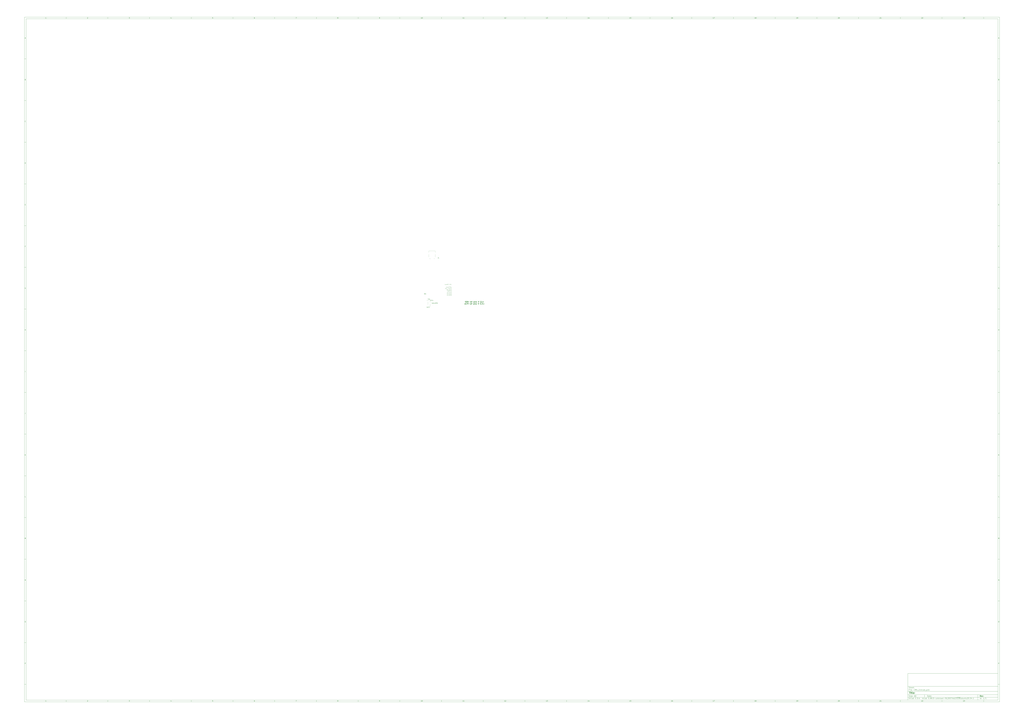
<source format=gbr>
%TF.GenerationSoftware,KiCad,Pcbnew,5.99.0-unknown-912657dd23~106~ubuntu20.04.1*%
%TF.CreationDate,2021-01-02T16:17:54+03:00*%
%TF.ProjectId,CM4_2,434d345f-322e-46b6-9963-61645f706362,rev?*%
%TF.SameCoordinates,PX1ce88340PY15c17540*%
%TF.FileFunction,Legend,Bot*%
%TF.FilePolarity,Positive*%
%FSLAX46Y46*%
G04 Gerber Fmt 4.6, Leading zero omitted, Abs format (unit mm)*
G04 Created by KiCad (PCBNEW 5.99.0-unknown-912657dd23~106~ubuntu20.04.1) date 2021-01-02 16:17:54*
%MOMM*%
%LPD*%
G01*
G04 APERTURE LIST*
%ADD10C,0.100000*%
%ADD11C,0.150000*%
%ADD12C,0.300000*%
%ADD13C,0.400000*%
%ADD14C,0.125000*%
%ADD15C,0.120000*%
G04 APERTURE END LIST*
D10*
D11*
X583999400Y-431994000D02*
X583999400Y-463994000D01*
X691999400Y-463994000D01*
X691999400Y-431994000D01*
X583999400Y-431994000D01*
D10*
D11*
X-475000000Y355000000D02*
X-475000000Y-465994000D01*
X693999400Y-465994000D01*
X693999400Y355000000D01*
X-475000000Y355000000D01*
D10*
D11*
X-473000000Y353000000D02*
X-473000000Y-463994000D01*
X691999400Y-463994000D01*
X691999400Y353000000D01*
X-473000000Y353000000D01*
D10*
D11*
X-425000000Y353000000D02*
X-425000000Y355000000D01*
D10*
D11*
X-375000000Y353000000D02*
X-375000000Y355000000D01*
D10*
D11*
X-325000000Y353000000D02*
X-325000000Y355000000D01*
D10*
D11*
X-275000000Y353000000D02*
X-275000000Y355000000D01*
D10*
D11*
X-225000000Y353000000D02*
X-225000000Y355000000D01*
D10*
D11*
X-175000000Y353000000D02*
X-175000000Y355000000D01*
D10*
D11*
X-125000000Y353000000D02*
X-125000000Y355000000D01*
D10*
D11*
X-75000000Y353000000D02*
X-75000000Y355000000D01*
D10*
D11*
X-25000000Y353000000D02*
X-25000000Y355000000D01*
D10*
D11*
X25000000Y353000000D02*
X25000000Y355000000D01*
D10*
D11*
X75000000Y353000000D02*
X75000000Y355000000D01*
D10*
D11*
X125000000Y353000000D02*
X125000000Y355000000D01*
D10*
D11*
X175000000Y353000000D02*
X175000000Y355000000D01*
D10*
D11*
X225000000Y353000000D02*
X225000000Y355000000D01*
D10*
D11*
X275000000Y353000000D02*
X275000000Y355000000D01*
D10*
D11*
X325000000Y353000000D02*
X325000000Y355000000D01*
D10*
D11*
X375000000Y353000000D02*
X375000000Y355000000D01*
D10*
D11*
X425000000Y353000000D02*
X425000000Y355000000D01*
D10*
D11*
X475000000Y353000000D02*
X475000000Y355000000D01*
D10*
D11*
X525000000Y353000000D02*
X525000000Y355000000D01*
D10*
D11*
X575000000Y353000000D02*
X575000000Y355000000D01*
D10*
D11*
X625000000Y353000000D02*
X625000000Y355000000D01*
D10*
D11*
X675000000Y353000000D02*
X675000000Y355000000D01*
D10*
D11*
X-448934524Y353411905D02*
X-449677381Y353411905D01*
X-449305953Y353411905D02*
X-449305953Y354711905D01*
X-449429762Y354526191D01*
X-449553572Y354402381D01*
X-449677381Y354340477D01*
D10*
D11*
X-399677381Y354588096D02*
X-399615477Y354650000D01*
X-399491667Y354711905D01*
X-399182143Y354711905D01*
X-399058334Y354650000D01*
X-398996429Y354588096D01*
X-398934524Y354464286D01*
X-398934524Y354340477D01*
X-398996429Y354154762D01*
X-399739286Y353411905D01*
X-398934524Y353411905D01*
D10*
D11*
X-349739286Y354711905D02*
X-348934524Y354711905D01*
X-349367858Y354216667D01*
X-349182143Y354216667D01*
X-349058334Y354154762D01*
X-348996429Y354092858D01*
X-348934524Y353969048D01*
X-348934524Y353659524D01*
X-348996429Y353535715D01*
X-349058334Y353473810D01*
X-349182143Y353411905D01*
X-349553572Y353411905D01*
X-349677381Y353473810D01*
X-349739286Y353535715D01*
D10*
D11*
X-299058334Y354278572D02*
X-299058334Y353411905D01*
X-299367858Y354773810D02*
X-299677381Y353845239D01*
X-298872620Y353845239D01*
D10*
D11*
X-248996429Y354711905D02*
X-249615477Y354711905D01*
X-249677381Y354092858D01*
X-249615477Y354154762D01*
X-249491667Y354216667D01*
X-249182143Y354216667D01*
X-249058334Y354154762D01*
X-248996429Y354092858D01*
X-248934524Y353969048D01*
X-248934524Y353659524D01*
X-248996429Y353535715D01*
X-249058334Y353473810D01*
X-249182143Y353411905D01*
X-249491667Y353411905D01*
X-249615477Y353473810D01*
X-249677381Y353535715D01*
D10*
D11*
X-199058334Y354711905D02*
X-199305953Y354711905D01*
X-199429762Y354650000D01*
X-199491667Y354588096D01*
X-199615477Y354402381D01*
X-199677381Y354154762D01*
X-199677381Y353659524D01*
X-199615477Y353535715D01*
X-199553572Y353473810D01*
X-199429762Y353411905D01*
X-199182143Y353411905D01*
X-199058334Y353473810D01*
X-198996429Y353535715D01*
X-198934524Y353659524D01*
X-198934524Y353969048D01*
X-198996429Y354092858D01*
X-199058334Y354154762D01*
X-199182143Y354216667D01*
X-199429762Y354216667D01*
X-199553572Y354154762D01*
X-199615477Y354092858D01*
X-199677381Y353969048D01*
D10*
D11*
X-149739286Y354711905D02*
X-148872620Y354711905D01*
X-149429762Y353411905D01*
D10*
D11*
X-99429762Y354154762D02*
X-99553572Y354216667D01*
X-99615477Y354278572D01*
X-99677381Y354402381D01*
X-99677381Y354464286D01*
X-99615477Y354588096D01*
X-99553572Y354650000D01*
X-99429762Y354711905D01*
X-99182143Y354711905D01*
X-99058334Y354650000D01*
X-98996429Y354588096D01*
X-98934524Y354464286D01*
X-98934524Y354402381D01*
X-98996429Y354278572D01*
X-99058334Y354216667D01*
X-99182143Y354154762D01*
X-99429762Y354154762D01*
X-99553572Y354092858D01*
X-99615477Y354030953D01*
X-99677381Y353907143D01*
X-99677381Y353659524D01*
X-99615477Y353535715D01*
X-99553572Y353473810D01*
X-99429762Y353411905D01*
X-99182143Y353411905D01*
X-99058334Y353473810D01*
X-98996429Y353535715D01*
X-98934524Y353659524D01*
X-98934524Y353907143D01*
X-98996429Y354030953D01*
X-99058334Y354092858D01*
X-99182143Y354154762D01*
D10*
D11*
X-49553572Y353411905D02*
X-49305953Y353411905D01*
X-49182143Y353473810D01*
X-49120239Y353535715D01*
X-48996429Y353721429D01*
X-48934524Y353969048D01*
X-48934524Y354464286D01*
X-48996429Y354588096D01*
X-49058334Y354650000D01*
X-49182143Y354711905D01*
X-49429762Y354711905D01*
X-49553572Y354650000D01*
X-49615477Y354588096D01*
X-49677381Y354464286D01*
X-49677381Y354154762D01*
X-49615477Y354030953D01*
X-49553572Y353969048D01*
X-49429762Y353907143D01*
X-49182143Y353907143D01*
X-49058334Y353969048D01*
X-48996429Y354030953D01*
X-48934524Y354154762D01*
D10*
D11*
X1065476Y353411905D02*
X322619Y353411905D01*
X694047Y353411905D02*
X694047Y354711905D01*
X570238Y354526191D01*
X446428Y354402381D01*
X322619Y354340477D01*
X1870238Y354711905D02*
X1994047Y354711905D01*
X2117857Y354650000D01*
X2179761Y354588096D01*
X2241666Y354464286D01*
X2303571Y354216667D01*
X2303571Y353907143D01*
X2241666Y353659524D01*
X2179761Y353535715D01*
X2117857Y353473810D01*
X1994047Y353411905D01*
X1870238Y353411905D01*
X1746428Y353473810D01*
X1684523Y353535715D01*
X1622619Y353659524D01*
X1560714Y353907143D01*
X1560714Y354216667D01*
X1622619Y354464286D01*
X1684523Y354588096D01*
X1746428Y354650000D01*
X1870238Y354711905D01*
D10*
D11*
X51065476Y353411905D02*
X50322619Y353411905D01*
X50694047Y353411905D02*
X50694047Y354711905D01*
X50570238Y354526191D01*
X50446428Y354402381D01*
X50322619Y354340477D01*
X52303571Y353411905D02*
X51560714Y353411905D01*
X51932142Y353411905D02*
X51932142Y354711905D01*
X51808333Y354526191D01*
X51684523Y354402381D01*
X51560714Y354340477D01*
D10*
D11*
X101065476Y353411905D02*
X100322619Y353411905D01*
X100694047Y353411905D02*
X100694047Y354711905D01*
X100570238Y354526191D01*
X100446428Y354402381D01*
X100322619Y354340477D01*
X101560714Y354588096D02*
X101622619Y354650000D01*
X101746428Y354711905D01*
X102055952Y354711905D01*
X102179761Y354650000D01*
X102241666Y354588096D01*
X102303571Y354464286D01*
X102303571Y354340477D01*
X102241666Y354154762D01*
X101498809Y353411905D01*
X102303571Y353411905D01*
D10*
D11*
X151065476Y353411905D02*
X150322619Y353411905D01*
X150694047Y353411905D02*
X150694047Y354711905D01*
X150570238Y354526191D01*
X150446428Y354402381D01*
X150322619Y354340477D01*
X151498809Y354711905D02*
X152303571Y354711905D01*
X151870238Y354216667D01*
X152055952Y354216667D01*
X152179761Y354154762D01*
X152241666Y354092858D01*
X152303571Y353969048D01*
X152303571Y353659524D01*
X152241666Y353535715D01*
X152179761Y353473810D01*
X152055952Y353411905D01*
X151684523Y353411905D01*
X151560714Y353473810D01*
X151498809Y353535715D01*
D10*
D11*
X201065476Y353411905D02*
X200322619Y353411905D01*
X200694047Y353411905D02*
X200694047Y354711905D01*
X200570238Y354526191D01*
X200446428Y354402381D01*
X200322619Y354340477D01*
X202179761Y354278572D02*
X202179761Y353411905D01*
X201870238Y354773810D02*
X201560714Y353845239D01*
X202365476Y353845239D01*
D10*
D11*
X251065476Y353411905D02*
X250322619Y353411905D01*
X250694047Y353411905D02*
X250694047Y354711905D01*
X250570238Y354526191D01*
X250446428Y354402381D01*
X250322619Y354340477D01*
X252241666Y354711905D02*
X251622619Y354711905D01*
X251560714Y354092858D01*
X251622619Y354154762D01*
X251746428Y354216667D01*
X252055952Y354216667D01*
X252179761Y354154762D01*
X252241666Y354092858D01*
X252303571Y353969048D01*
X252303571Y353659524D01*
X252241666Y353535715D01*
X252179761Y353473810D01*
X252055952Y353411905D01*
X251746428Y353411905D01*
X251622619Y353473810D01*
X251560714Y353535715D01*
D10*
D11*
X301065476Y353411905D02*
X300322619Y353411905D01*
X300694047Y353411905D02*
X300694047Y354711905D01*
X300570238Y354526191D01*
X300446428Y354402381D01*
X300322619Y354340477D01*
X302179761Y354711905D02*
X301932142Y354711905D01*
X301808333Y354650000D01*
X301746428Y354588096D01*
X301622619Y354402381D01*
X301560714Y354154762D01*
X301560714Y353659524D01*
X301622619Y353535715D01*
X301684523Y353473810D01*
X301808333Y353411905D01*
X302055952Y353411905D01*
X302179761Y353473810D01*
X302241666Y353535715D01*
X302303571Y353659524D01*
X302303571Y353969048D01*
X302241666Y354092858D01*
X302179761Y354154762D01*
X302055952Y354216667D01*
X301808333Y354216667D01*
X301684523Y354154762D01*
X301622619Y354092858D01*
X301560714Y353969048D01*
D10*
D11*
X351065476Y353411905D02*
X350322619Y353411905D01*
X350694047Y353411905D02*
X350694047Y354711905D01*
X350570238Y354526191D01*
X350446428Y354402381D01*
X350322619Y354340477D01*
X351498809Y354711905D02*
X352365476Y354711905D01*
X351808333Y353411905D01*
D10*
D11*
X401065476Y353411905D02*
X400322619Y353411905D01*
X400694047Y353411905D02*
X400694047Y354711905D01*
X400570238Y354526191D01*
X400446428Y354402381D01*
X400322619Y354340477D01*
X401808333Y354154762D02*
X401684523Y354216667D01*
X401622619Y354278572D01*
X401560714Y354402381D01*
X401560714Y354464286D01*
X401622619Y354588096D01*
X401684523Y354650000D01*
X401808333Y354711905D01*
X402055952Y354711905D01*
X402179761Y354650000D01*
X402241666Y354588096D01*
X402303571Y354464286D01*
X402303571Y354402381D01*
X402241666Y354278572D01*
X402179761Y354216667D01*
X402055952Y354154762D01*
X401808333Y354154762D01*
X401684523Y354092858D01*
X401622619Y354030953D01*
X401560714Y353907143D01*
X401560714Y353659524D01*
X401622619Y353535715D01*
X401684523Y353473810D01*
X401808333Y353411905D01*
X402055952Y353411905D01*
X402179761Y353473810D01*
X402241666Y353535715D01*
X402303571Y353659524D01*
X402303571Y353907143D01*
X402241666Y354030953D01*
X402179761Y354092858D01*
X402055952Y354154762D01*
D10*
D11*
X451065476Y353411905D02*
X450322619Y353411905D01*
X450694047Y353411905D02*
X450694047Y354711905D01*
X450570238Y354526191D01*
X450446428Y354402381D01*
X450322619Y354340477D01*
X451684523Y353411905D02*
X451932142Y353411905D01*
X452055952Y353473810D01*
X452117857Y353535715D01*
X452241666Y353721429D01*
X452303571Y353969048D01*
X452303571Y354464286D01*
X452241666Y354588096D01*
X452179761Y354650000D01*
X452055952Y354711905D01*
X451808333Y354711905D01*
X451684523Y354650000D01*
X451622619Y354588096D01*
X451560714Y354464286D01*
X451560714Y354154762D01*
X451622619Y354030953D01*
X451684523Y353969048D01*
X451808333Y353907143D01*
X452055952Y353907143D01*
X452179761Y353969048D01*
X452241666Y354030953D01*
X452303571Y354154762D01*
D10*
D11*
X500322619Y354588096D02*
X500384523Y354650000D01*
X500508333Y354711905D01*
X500817857Y354711905D01*
X500941666Y354650000D01*
X501003571Y354588096D01*
X501065476Y354464286D01*
X501065476Y354340477D01*
X501003571Y354154762D01*
X500260714Y353411905D01*
X501065476Y353411905D01*
X501870238Y354711905D02*
X501994047Y354711905D01*
X502117857Y354650000D01*
X502179761Y354588096D01*
X502241666Y354464286D01*
X502303571Y354216667D01*
X502303571Y353907143D01*
X502241666Y353659524D01*
X502179761Y353535715D01*
X502117857Y353473810D01*
X501994047Y353411905D01*
X501870238Y353411905D01*
X501746428Y353473810D01*
X501684523Y353535715D01*
X501622619Y353659524D01*
X501560714Y353907143D01*
X501560714Y354216667D01*
X501622619Y354464286D01*
X501684523Y354588096D01*
X501746428Y354650000D01*
X501870238Y354711905D01*
D10*
D11*
X550322619Y354588096D02*
X550384523Y354650000D01*
X550508333Y354711905D01*
X550817857Y354711905D01*
X550941666Y354650000D01*
X551003571Y354588096D01*
X551065476Y354464286D01*
X551065476Y354340477D01*
X551003571Y354154762D01*
X550260714Y353411905D01*
X551065476Y353411905D01*
X552303571Y353411905D02*
X551560714Y353411905D01*
X551932142Y353411905D02*
X551932142Y354711905D01*
X551808333Y354526191D01*
X551684523Y354402381D01*
X551560714Y354340477D01*
D10*
D11*
X600322619Y354588096D02*
X600384523Y354650000D01*
X600508333Y354711905D01*
X600817857Y354711905D01*
X600941666Y354650000D01*
X601003571Y354588096D01*
X601065476Y354464286D01*
X601065476Y354340477D01*
X601003571Y354154762D01*
X600260714Y353411905D01*
X601065476Y353411905D01*
X601560714Y354588096D02*
X601622619Y354650000D01*
X601746428Y354711905D01*
X602055952Y354711905D01*
X602179761Y354650000D01*
X602241666Y354588096D01*
X602303571Y354464286D01*
X602303571Y354340477D01*
X602241666Y354154762D01*
X601498809Y353411905D01*
X602303571Y353411905D01*
D10*
D11*
X650322619Y354588096D02*
X650384523Y354650000D01*
X650508333Y354711905D01*
X650817857Y354711905D01*
X650941666Y354650000D01*
X651003571Y354588096D01*
X651065476Y354464286D01*
X651065476Y354340477D01*
X651003571Y354154762D01*
X650260714Y353411905D01*
X651065476Y353411905D01*
X651498809Y354711905D02*
X652303571Y354711905D01*
X651870238Y354216667D01*
X652055952Y354216667D01*
X652179761Y354154762D01*
X652241666Y354092858D01*
X652303571Y353969048D01*
X652303571Y353659524D01*
X652241666Y353535715D01*
X652179761Y353473810D01*
X652055952Y353411905D01*
X651684523Y353411905D01*
X651560714Y353473810D01*
X651498809Y353535715D01*
D10*
D11*
X-425000000Y-463994000D02*
X-425000000Y-465994000D01*
D10*
D11*
X-375000000Y-463994000D02*
X-375000000Y-465994000D01*
D10*
D11*
X-325000000Y-463994000D02*
X-325000000Y-465994000D01*
D10*
D11*
X-275000000Y-463994000D02*
X-275000000Y-465994000D01*
D10*
D11*
X-225000000Y-463994000D02*
X-225000000Y-465994000D01*
D10*
D11*
X-175000000Y-463994000D02*
X-175000000Y-465994000D01*
D10*
D11*
X-125000000Y-463994000D02*
X-125000000Y-465994000D01*
D10*
D11*
X-75000000Y-463994000D02*
X-75000000Y-465994000D01*
D10*
D11*
X-25000000Y-463994000D02*
X-25000000Y-465994000D01*
D10*
D11*
X25000000Y-463994000D02*
X25000000Y-465994000D01*
D10*
D11*
X75000000Y-463994000D02*
X75000000Y-465994000D01*
D10*
D11*
X125000000Y-463994000D02*
X125000000Y-465994000D01*
D10*
D11*
X175000000Y-463994000D02*
X175000000Y-465994000D01*
D10*
D11*
X225000000Y-463994000D02*
X225000000Y-465994000D01*
D10*
D11*
X275000000Y-463994000D02*
X275000000Y-465994000D01*
D10*
D11*
X325000000Y-463994000D02*
X325000000Y-465994000D01*
D10*
D11*
X375000000Y-463994000D02*
X375000000Y-465994000D01*
D10*
D11*
X425000000Y-463994000D02*
X425000000Y-465994000D01*
D10*
D11*
X475000000Y-463994000D02*
X475000000Y-465994000D01*
D10*
D11*
X525000000Y-463994000D02*
X525000000Y-465994000D01*
D10*
D11*
X575000000Y-463994000D02*
X575000000Y-465994000D01*
D10*
D11*
X625000000Y-463994000D02*
X625000000Y-465994000D01*
D10*
D11*
X675000000Y-463994000D02*
X675000000Y-465994000D01*
D10*
D11*
X-448934524Y-465582095D02*
X-449677381Y-465582095D01*
X-449305953Y-465582095D02*
X-449305953Y-464282095D01*
X-449429762Y-464467809D01*
X-449553572Y-464591619D01*
X-449677381Y-464653523D01*
D10*
D11*
X-399677381Y-464405904D02*
X-399615477Y-464344000D01*
X-399491667Y-464282095D01*
X-399182143Y-464282095D01*
X-399058334Y-464344000D01*
X-398996429Y-464405904D01*
X-398934524Y-464529714D01*
X-398934524Y-464653523D01*
X-398996429Y-464839238D01*
X-399739286Y-465582095D01*
X-398934524Y-465582095D01*
D10*
D11*
X-349739286Y-464282095D02*
X-348934524Y-464282095D01*
X-349367858Y-464777333D01*
X-349182143Y-464777333D01*
X-349058334Y-464839238D01*
X-348996429Y-464901142D01*
X-348934524Y-465024952D01*
X-348934524Y-465334476D01*
X-348996429Y-465458285D01*
X-349058334Y-465520190D01*
X-349182143Y-465582095D01*
X-349553572Y-465582095D01*
X-349677381Y-465520190D01*
X-349739286Y-465458285D01*
D10*
D11*
X-299058334Y-464715428D02*
X-299058334Y-465582095D01*
X-299367858Y-464220190D02*
X-299677381Y-465148761D01*
X-298872620Y-465148761D01*
D10*
D11*
X-248996429Y-464282095D02*
X-249615477Y-464282095D01*
X-249677381Y-464901142D01*
X-249615477Y-464839238D01*
X-249491667Y-464777333D01*
X-249182143Y-464777333D01*
X-249058334Y-464839238D01*
X-248996429Y-464901142D01*
X-248934524Y-465024952D01*
X-248934524Y-465334476D01*
X-248996429Y-465458285D01*
X-249058334Y-465520190D01*
X-249182143Y-465582095D01*
X-249491667Y-465582095D01*
X-249615477Y-465520190D01*
X-249677381Y-465458285D01*
D10*
D11*
X-199058334Y-464282095D02*
X-199305953Y-464282095D01*
X-199429762Y-464344000D01*
X-199491667Y-464405904D01*
X-199615477Y-464591619D01*
X-199677381Y-464839238D01*
X-199677381Y-465334476D01*
X-199615477Y-465458285D01*
X-199553572Y-465520190D01*
X-199429762Y-465582095D01*
X-199182143Y-465582095D01*
X-199058334Y-465520190D01*
X-198996429Y-465458285D01*
X-198934524Y-465334476D01*
X-198934524Y-465024952D01*
X-198996429Y-464901142D01*
X-199058334Y-464839238D01*
X-199182143Y-464777333D01*
X-199429762Y-464777333D01*
X-199553572Y-464839238D01*
X-199615477Y-464901142D01*
X-199677381Y-465024952D01*
D10*
D11*
X-149739286Y-464282095D02*
X-148872620Y-464282095D01*
X-149429762Y-465582095D01*
D10*
D11*
X-99429762Y-464839238D02*
X-99553572Y-464777333D01*
X-99615477Y-464715428D01*
X-99677381Y-464591619D01*
X-99677381Y-464529714D01*
X-99615477Y-464405904D01*
X-99553572Y-464344000D01*
X-99429762Y-464282095D01*
X-99182143Y-464282095D01*
X-99058334Y-464344000D01*
X-98996429Y-464405904D01*
X-98934524Y-464529714D01*
X-98934524Y-464591619D01*
X-98996429Y-464715428D01*
X-99058334Y-464777333D01*
X-99182143Y-464839238D01*
X-99429762Y-464839238D01*
X-99553572Y-464901142D01*
X-99615477Y-464963047D01*
X-99677381Y-465086857D01*
X-99677381Y-465334476D01*
X-99615477Y-465458285D01*
X-99553572Y-465520190D01*
X-99429762Y-465582095D01*
X-99182143Y-465582095D01*
X-99058334Y-465520190D01*
X-98996429Y-465458285D01*
X-98934524Y-465334476D01*
X-98934524Y-465086857D01*
X-98996429Y-464963047D01*
X-99058334Y-464901142D01*
X-99182143Y-464839238D01*
D10*
D11*
X-49553572Y-465582095D02*
X-49305953Y-465582095D01*
X-49182143Y-465520190D01*
X-49120239Y-465458285D01*
X-48996429Y-465272571D01*
X-48934524Y-465024952D01*
X-48934524Y-464529714D01*
X-48996429Y-464405904D01*
X-49058334Y-464344000D01*
X-49182143Y-464282095D01*
X-49429762Y-464282095D01*
X-49553572Y-464344000D01*
X-49615477Y-464405904D01*
X-49677381Y-464529714D01*
X-49677381Y-464839238D01*
X-49615477Y-464963047D01*
X-49553572Y-465024952D01*
X-49429762Y-465086857D01*
X-49182143Y-465086857D01*
X-49058334Y-465024952D01*
X-48996429Y-464963047D01*
X-48934524Y-464839238D01*
D10*
D11*
X1065476Y-465582095D02*
X322619Y-465582095D01*
X694047Y-465582095D02*
X694047Y-464282095D01*
X570238Y-464467809D01*
X446428Y-464591619D01*
X322619Y-464653523D01*
X1870238Y-464282095D02*
X1994047Y-464282095D01*
X2117857Y-464344000D01*
X2179761Y-464405904D01*
X2241666Y-464529714D01*
X2303571Y-464777333D01*
X2303571Y-465086857D01*
X2241666Y-465334476D01*
X2179761Y-465458285D01*
X2117857Y-465520190D01*
X1994047Y-465582095D01*
X1870238Y-465582095D01*
X1746428Y-465520190D01*
X1684523Y-465458285D01*
X1622619Y-465334476D01*
X1560714Y-465086857D01*
X1560714Y-464777333D01*
X1622619Y-464529714D01*
X1684523Y-464405904D01*
X1746428Y-464344000D01*
X1870238Y-464282095D01*
D10*
D11*
X51065476Y-465582095D02*
X50322619Y-465582095D01*
X50694047Y-465582095D02*
X50694047Y-464282095D01*
X50570238Y-464467809D01*
X50446428Y-464591619D01*
X50322619Y-464653523D01*
X52303571Y-465582095D02*
X51560714Y-465582095D01*
X51932142Y-465582095D02*
X51932142Y-464282095D01*
X51808333Y-464467809D01*
X51684523Y-464591619D01*
X51560714Y-464653523D01*
D10*
D11*
X101065476Y-465582095D02*
X100322619Y-465582095D01*
X100694047Y-465582095D02*
X100694047Y-464282095D01*
X100570238Y-464467809D01*
X100446428Y-464591619D01*
X100322619Y-464653523D01*
X101560714Y-464405904D02*
X101622619Y-464344000D01*
X101746428Y-464282095D01*
X102055952Y-464282095D01*
X102179761Y-464344000D01*
X102241666Y-464405904D01*
X102303571Y-464529714D01*
X102303571Y-464653523D01*
X102241666Y-464839238D01*
X101498809Y-465582095D01*
X102303571Y-465582095D01*
D10*
D11*
X151065476Y-465582095D02*
X150322619Y-465582095D01*
X150694047Y-465582095D02*
X150694047Y-464282095D01*
X150570238Y-464467809D01*
X150446428Y-464591619D01*
X150322619Y-464653523D01*
X151498809Y-464282095D02*
X152303571Y-464282095D01*
X151870238Y-464777333D01*
X152055952Y-464777333D01*
X152179761Y-464839238D01*
X152241666Y-464901142D01*
X152303571Y-465024952D01*
X152303571Y-465334476D01*
X152241666Y-465458285D01*
X152179761Y-465520190D01*
X152055952Y-465582095D01*
X151684523Y-465582095D01*
X151560714Y-465520190D01*
X151498809Y-465458285D01*
D10*
D11*
X201065476Y-465582095D02*
X200322619Y-465582095D01*
X200694047Y-465582095D02*
X200694047Y-464282095D01*
X200570238Y-464467809D01*
X200446428Y-464591619D01*
X200322619Y-464653523D01*
X202179761Y-464715428D02*
X202179761Y-465582095D01*
X201870238Y-464220190D02*
X201560714Y-465148761D01*
X202365476Y-465148761D01*
D10*
D11*
X251065476Y-465582095D02*
X250322619Y-465582095D01*
X250694047Y-465582095D02*
X250694047Y-464282095D01*
X250570238Y-464467809D01*
X250446428Y-464591619D01*
X250322619Y-464653523D01*
X252241666Y-464282095D02*
X251622619Y-464282095D01*
X251560714Y-464901142D01*
X251622619Y-464839238D01*
X251746428Y-464777333D01*
X252055952Y-464777333D01*
X252179761Y-464839238D01*
X252241666Y-464901142D01*
X252303571Y-465024952D01*
X252303571Y-465334476D01*
X252241666Y-465458285D01*
X252179761Y-465520190D01*
X252055952Y-465582095D01*
X251746428Y-465582095D01*
X251622619Y-465520190D01*
X251560714Y-465458285D01*
D10*
D11*
X301065476Y-465582095D02*
X300322619Y-465582095D01*
X300694047Y-465582095D02*
X300694047Y-464282095D01*
X300570238Y-464467809D01*
X300446428Y-464591619D01*
X300322619Y-464653523D01*
X302179761Y-464282095D02*
X301932142Y-464282095D01*
X301808333Y-464344000D01*
X301746428Y-464405904D01*
X301622619Y-464591619D01*
X301560714Y-464839238D01*
X301560714Y-465334476D01*
X301622619Y-465458285D01*
X301684523Y-465520190D01*
X301808333Y-465582095D01*
X302055952Y-465582095D01*
X302179761Y-465520190D01*
X302241666Y-465458285D01*
X302303571Y-465334476D01*
X302303571Y-465024952D01*
X302241666Y-464901142D01*
X302179761Y-464839238D01*
X302055952Y-464777333D01*
X301808333Y-464777333D01*
X301684523Y-464839238D01*
X301622619Y-464901142D01*
X301560714Y-465024952D01*
D10*
D11*
X351065476Y-465582095D02*
X350322619Y-465582095D01*
X350694047Y-465582095D02*
X350694047Y-464282095D01*
X350570238Y-464467809D01*
X350446428Y-464591619D01*
X350322619Y-464653523D01*
X351498809Y-464282095D02*
X352365476Y-464282095D01*
X351808333Y-465582095D01*
D10*
D11*
X401065476Y-465582095D02*
X400322619Y-465582095D01*
X400694047Y-465582095D02*
X400694047Y-464282095D01*
X400570238Y-464467809D01*
X400446428Y-464591619D01*
X400322619Y-464653523D01*
X401808333Y-464839238D02*
X401684523Y-464777333D01*
X401622619Y-464715428D01*
X401560714Y-464591619D01*
X401560714Y-464529714D01*
X401622619Y-464405904D01*
X401684523Y-464344000D01*
X401808333Y-464282095D01*
X402055952Y-464282095D01*
X402179761Y-464344000D01*
X402241666Y-464405904D01*
X402303571Y-464529714D01*
X402303571Y-464591619D01*
X402241666Y-464715428D01*
X402179761Y-464777333D01*
X402055952Y-464839238D01*
X401808333Y-464839238D01*
X401684523Y-464901142D01*
X401622619Y-464963047D01*
X401560714Y-465086857D01*
X401560714Y-465334476D01*
X401622619Y-465458285D01*
X401684523Y-465520190D01*
X401808333Y-465582095D01*
X402055952Y-465582095D01*
X402179761Y-465520190D01*
X402241666Y-465458285D01*
X402303571Y-465334476D01*
X402303571Y-465086857D01*
X402241666Y-464963047D01*
X402179761Y-464901142D01*
X402055952Y-464839238D01*
D10*
D11*
X451065476Y-465582095D02*
X450322619Y-465582095D01*
X450694047Y-465582095D02*
X450694047Y-464282095D01*
X450570238Y-464467809D01*
X450446428Y-464591619D01*
X450322619Y-464653523D01*
X451684523Y-465582095D02*
X451932142Y-465582095D01*
X452055952Y-465520190D01*
X452117857Y-465458285D01*
X452241666Y-465272571D01*
X452303571Y-465024952D01*
X452303571Y-464529714D01*
X452241666Y-464405904D01*
X452179761Y-464344000D01*
X452055952Y-464282095D01*
X451808333Y-464282095D01*
X451684523Y-464344000D01*
X451622619Y-464405904D01*
X451560714Y-464529714D01*
X451560714Y-464839238D01*
X451622619Y-464963047D01*
X451684523Y-465024952D01*
X451808333Y-465086857D01*
X452055952Y-465086857D01*
X452179761Y-465024952D01*
X452241666Y-464963047D01*
X452303571Y-464839238D01*
D10*
D11*
X500322619Y-464405904D02*
X500384523Y-464344000D01*
X500508333Y-464282095D01*
X500817857Y-464282095D01*
X500941666Y-464344000D01*
X501003571Y-464405904D01*
X501065476Y-464529714D01*
X501065476Y-464653523D01*
X501003571Y-464839238D01*
X500260714Y-465582095D01*
X501065476Y-465582095D01*
X501870238Y-464282095D02*
X501994047Y-464282095D01*
X502117857Y-464344000D01*
X502179761Y-464405904D01*
X502241666Y-464529714D01*
X502303571Y-464777333D01*
X502303571Y-465086857D01*
X502241666Y-465334476D01*
X502179761Y-465458285D01*
X502117857Y-465520190D01*
X501994047Y-465582095D01*
X501870238Y-465582095D01*
X501746428Y-465520190D01*
X501684523Y-465458285D01*
X501622619Y-465334476D01*
X501560714Y-465086857D01*
X501560714Y-464777333D01*
X501622619Y-464529714D01*
X501684523Y-464405904D01*
X501746428Y-464344000D01*
X501870238Y-464282095D01*
D10*
D11*
X550322619Y-464405904D02*
X550384523Y-464344000D01*
X550508333Y-464282095D01*
X550817857Y-464282095D01*
X550941666Y-464344000D01*
X551003571Y-464405904D01*
X551065476Y-464529714D01*
X551065476Y-464653523D01*
X551003571Y-464839238D01*
X550260714Y-465582095D01*
X551065476Y-465582095D01*
X552303571Y-465582095D02*
X551560714Y-465582095D01*
X551932142Y-465582095D02*
X551932142Y-464282095D01*
X551808333Y-464467809D01*
X551684523Y-464591619D01*
X551560714Y-464653523D01*
D10*
D11*
X600322619Y-464405904D02*
X600384523Y-464344000D01*
X600508333Y-464282095D01*
X600817857Y-464282095D01*
X600941666Y-464344000D01*
X601003571Y-464405904D01*
X601065476Y-464529714D01*
X601065476Y-464653523D01*
X601003571Y-464839238D01*
X600260714Y-465582095D01*
X601065476Y-465582095D01*
X601560714Y-464405904D02*
X601622619Y-464344000D01*
X601746428Y-464282095D01*
X602055952Y-464282095D01*
X602179761Y-464344000D01*
X602241666Y-464405904D01*
X602303571Y-464529714D01*
X602303571Y-464653523D01*
X602241666Y-464839238D01*
X601498809Y-465582095D01*
X602303571Y-465582095D01*
D10*
D11*
X650322619Y-464405904D02*
X650384523Y-464344000D01*
X650508333Y-464282095D01*
X650817857Y-464282095D01*
X650941666Y-464344000D01*
X651003571Y-464405904D01*
X651065476Y-464529714D01*
X651065476Y-464653523D01*
X651003571Y-464839238D01*
X650260714Y-465582095D01*
X651065476Y-465582095D01*
X651498809Y-464282095D02*
X652303571Y-464282095D01*
X651870238Y-464777333D01*
X652055952Y-464777333D01*
X652179761Y-464839238D01*
X652241666Y-464901142D01*
X652303571Y-465024952D01*
X652303571Y-465334476D01*
X652241666Y-465458285D01*
X652179761Y-465520190D01*
X652055952Y-465582095D01*
X651684523Y-465582095D01*
X651560714Y-465520190D01*
X651498809Y-465458285D01*
D10*
D11*
X-475000000Y305000000D02*
X-473000000Y305000000D01*
D10*
D11*
X-475000000Y255000000D02*
X-473000000Y255000000D01*
D10*
D11*
X-475000000Y205000000D02*
X-473000000Y205000000D01*
D10*
D11*
X-475000000Y155000000D02*
X-473000000Y155000000D01*
D10*
D11*
X-475000000Y105000000D02*
X-473000000Y105000000D01*
D10*
D11*
X-475000000Y55000000D02*
X-473000000Y55000000D01*
D10*
D11*
X-475000000Y5000000D02*
X-473000000Y5000000D01*
D10*
D11*
X-475000000Y-45000000D02*
X-473000000Y-45000000D01*
D10*
D11*
X-475000000Y-95000000D02*
X-473000000Y-95000000D01*
D10*
D11*
X-475000000Y-145000000D02*
X-473000000Y-145000000D01*
D10*
D11*
X-475000000Y-195000000D02*
X-473000000Y-195000000D01*
D10*
D11*
X-475000000Y-245000000D02*
X-473000000Y-245000000D01*
D10*
D11*
X-475000000Y-295000000D02*
X-473000000Y-295000000D01*
D10*
D11*
X-475000000Y-345000000D02*
X-473000000Y-345000000D01*
D10*
D11*
X-475000000Y-395000000D02*
X-473000000Y-395000000D01*
D10*
D11*
X-475000000Y-445000000D02*
X-473000000Y-445000000D01*
D10*
D11*
X-474309524Y329783334D02*
X-473690477Y329783334D01*
X-474433334Y329411905D02*
X-474000000Y330711905D01*
X-473566667Y329411905D01*
D10*
D11*
X-473907143Y280092858D02*
X-473721429Y280030953D01*
X-473659524Y279969048D01*
X-473597620Y279845239D01*
X-473597620Y279659524D01*
X-473659524Y279535715D01*
X-473721429Y279473810D01*
X-473845239Y279411905D01*
X-474340477Y279411905D01*
X-474340477Y280711905D01*
X-473907143Y280711905D01*
X-473783334Y280650000D01*
X-473721429Y280588096D01*
X-473659524Y280464286D01*
X-473659524Y280340477D01*
X-473721429Y280216667D01*
X-473783334Y280154762D01*
X-473907143Y280092858D01*
X-474340477Y280092858D01*
D10*
D11*
X-473597620Y229535715D02*
X-473659524Y229473810D01*
X-473845239Y229411905D01*
X-473969048Y229411905D01*
X-474154762Y229473810D01*
X-474278572Y229597620D01*
X-474340477Y229721429D01*
X-474402381Y229969048D01*
X-474402381Y230154762D01*
X-474340477Y230402381D01*
X-474278572Y230526191D01*
X-474154762Y230650000D01*
X-473969048Y230711905D01*
X-473845239Y230711905D01*
X-473659524Y230650000D01*
X-473597620Y230588096D01*
D10*
D11*
X-474340477Y179411905D02*
X-474340477Y180711905D01*
X-474030953Y180711905D01*
X-473845239Y180650000D01*
X-473721429Y180526191D01*
X-473659524Y180402381D01*
X-473597620Y180154762D01*
X-473597620Y179969048D01*
X-473659524Y179721429D01*
X-473721429Y179597620D01*
X-473845239Y179473810D01*
X-474030953Y179411905D01*
X-474340477Y179411905D01*
D10*
D11*
X-474278572Y130092858D02*
X-473845239Y130092858D01*
X-473659524Y129411905D02*
X-474278572Y129411905D01*
X-474278572Y130711905D01*
X-473659524Y130711905D01*
D10*
D11*
X-473814286Y80092858D02*
X-474247620Y80092858D01*
X-474247620Y79411905D02*
X-474247620Y80711905D01*
X-473628572Y80711905D01*
D10*
D11*
X-473659524Y30650000D02*
X-473783334Y30711905D01*
X-473969048Y30711905D01*
X-474154762Y30650000D01*
X-474278572Y30526191D01*
X-474340477Y30402381D01*
X-474402381Y30154762D01*
X-474402381Y29969048D01*
X-474340477Y29721429D01*
X-474278572Y29597620D01*
X-474154762Y29473810D01*
X-473969048Y29411905D01*
X-473845239Y29411905D01*
X-473659524Y29473810D01*
X-473597620Y29535715D01*
X-473597620Y29969048D01*
X-473845239Y29969048D01*
D10*
D11*
X-474371429Y-20588095D02*
X-474371429Y-19288095D01*
X-474371429Y-19907142D02*
X-473628572Y-19907142D01*
X-473628572Y-20588095D02*
X-473628572Y-19288095D01*
D10*
D11*
X-474000000Y-70588095D02*
X-474000000Y-69288095D01*
D10*
D11*
X-473814286Y-119288095D02*
X-473814286Y-120216666D01*
X-473876191Y-120402380D01*
X-474000000Y-120526190D01*
X-474185715Y-120588095D01*
X-474309524Y-120588095D01*
D10*
D11*
X-474340477Y-170588095D02*
X-474340477Y-169288095D01*
X-473597620Y-170588095D02*
X-474154762Y-169845238D01*
X-473597620Y-169288095D02*
X-474340477Y-170030952D01*
D10*
D11*
X-473597620Y-220588095D02*
X-474216667Y-220588095D01*
X-474216667Y-219288095D01*
D10*
D11*
X-474433334Y-270588095D02*
X-474433334Y-269288095D01*
X-474000000Y-270216666D01*
X-473566667Y-269288095D01*
X-473566667Y-270588095D01*
D10*
D11*
X-474371429Y-320588095D02*
X-474371429Y-319288095D01*
X-473628572Y-320588095D01*
X-473628572Y-319288095D01*
D10*
D11*
X-474123810Y-369288095D02*
X-473876191Y-369288095D01*
X-473752381Y-369350000D01*
X-473628572Y-369473809D01*
X-473566667Y-369721428D01*
X-473566667Y-370154761D01*
X-473628572Y-370402380D01*
X-473752381Y-370526190D01*
X-473876191Y-370588095D01*
X-474123810Y-370588095D01*
X-474247620Y-370526190D01*
X-474371429Y-370402380D01*
X-474433334Y-370154761D01*
X-474433334Y-369721428D01*
X-474371429Y-369473809D01*
X-474247620Y-369350000D01*
X-474123810Y-369288095D01*
D10*
D11*
X-474340477Y-420588095D02*
X-474340477Y-419288095D01*
X-473845239Y-419288095D01*
X-473721429Y-419350000D01*
X-473659524Y-419411904D01*
X-473597620Y-419535714D01*
X-473597620Y-419721428D01*
X-473659524Y-419845238D01*
X-473721429Y-419907142D01*
X-473845239Y-419969047D01*
X-474340477Y-419969047D01*
D10*
D11*
X693999400Y305000000D02*
X691999400Y305000000D01*
D10*
D11*
X693999400Y255000000D02*
X691999400Y255000000D01*
D10*
D11*
X693999400Y205000000D02*
X691999400Y205000000D01*
D10*
D11*
X693999400Y155000000D02*
X691999400Y155000000D01*
D10*
D11*
X693999400Y105000000D02*
X691999400Y105000000D01*
D10*
D11*
X693999400Y55000000D02*
X691999400Y55000000D01*
D10*
D11*
X693999400Y5000000D02*
X691999400Y5000000D01*
D10*
D11*
X693999400Y-45000000D02*
X691999400Y-45000000D01*
D10*
D11*
X693999400Y-95000000D02*
X691999400Y-95000000D01*
D10*
D11*
X693999400Y-145000000D02*
X691999400Y-145000000D01*
D10*
D11*
X693999400Y-195000000D02*
X691999400Y-195000000D01*
D10*
D11*
X693999400Y-245000000D02*
X691999400Y-245000000D01*
D10*
D11*
X693999400Y-295000000D02*
X691999400Y-295000000D01*
D10*
D11*
X693999400Y-345000000D02*
X691999400Y-345000000D01*
D10*
D11*
X693999400Y-395000000D02*
X691999400Y-395000000D01*
D10*
D11*
X693999400Y-445000000D02*
X691999400Y-445000000D01*
D10*
D11*
X692689876Y329783334D02*
X693308923Y329783334D01*
X692566066Y329411905D02*
X692999400Y330711905D01*
X693432733Y329411905D01*
D10*
D11*
X693092257Y280092858D02*
X693277971Y280030953D01*
X693339876Y279969048D01*
X693401780Y279845239D01*
X693401780Y279659524D01*
X693339876Y279535715D01*
X693277971Y279473810D01*
X693154161Y279411905D01*
X692658923Y279411905D01*
X692658923Y280711905D01*
X693092257Y280711905D01*
X693216066Y280650000D01*
X693277971Y280588096D01*
X693339876Y280464286D01*
X693339876Y280340477D01*
X693277971Y280216667D01*
X693216066Y280154762D01*
X693092257Y280092858D01*
X692658923Y280092858D01*
D10*
D11*
X693401780Y229535715D02*
X693339876Y229473810D01*
X693154161Y229411905D01*
X693030352Y229411905D01*
X692844638Y229473810D01*
X692720828Y229597620D01*
X692658923Y229721429D01*
X692597019Y229969048D01*
X692597019Y230154762D01*
X692658923Y230402381D01*
X692720828Y230526191D01*
X692844638Y230650000D01*
X693030352Y230711905D01*
X693154161Y230711905D01*
X693339876Y230650000D01*
X693401780Y230588096D01*
D10*
D11*
X692658923Y179411905D02*
X692658923Y180711905D01*
X692968447Y180711905D01*
X693154161Y180650000D01*
X693277971Y180526191D01*
X693339876Y180402381D01*
X693401780Y180154762D01*
X693401780Y179969048D01*
X693339876Y179721429D01*
X693277971Y179597620D01*
X693154161Y179473810D01*
X692968447Y179411905D01*
X692658923Y179411905D01*
D10*
D11*
X692720828Y130092858D02*
X693154161Y130092858D01*
X693339876Y129411905D02*
X692720828Y129411905D01*
X692720828Y130711905D01*
X693339876Y130711905D01*
D10*
D11*
X693185114Y80092858D02*
X692751780Y80092858D01*
X692751780Y79411905D02*
X692751780Y80711905D01*
X693370828Y80711905D01*
D10*
D11*
X693339876Y30650000D02*
X693216066Y30711905D01*
X693030352Y30711905D01*
X692844638Y30650000D01*
X692720828Y30526191D01*
X692658923Y30402381D01*
X692597019Y30154762D01*
X692597019Y29969048D01*
X692658923Y29721429D01*
X692720828Y29597620D01*
X692844638Y29473810D01*
X693030352Y29411905D01*
X693154161Y29411905D01*
X693339876Y29473810D01*
X693401780Y29535715D01*
X693401780Y29969048D01*
X693154161Y29969048D01*
D10*
D11*
X692627971Y-20588095D02*
X692627971Y-19288095D01*
X692627971Y-19907142D02*
X693370828Y-19907142D01*
X693370828Y-20588095D02*
X693370828Y-19288095D01*
D10*
D11*
X692999400Y-70588095D02*
X692999400Y-69288095D01*
D10*
D11*
X693185114Y-119288095D02*
X693185114Y-120216666D01*
X693123209Y-120402380D01*
X692999400Y-120526190D01*
X692813685Y-120588095D01*
X692689876Y-120588095D01*
D10*
D11*
X692658923Y-170588095D02*
X692658923Y-169288095D01*
X693401780Y-170588095D02*
X692844638Y-169845238D01*
X693401780Y-169288095D02*
X692658923Y-170030952D01*
D10*
D11*
X693401780Y-220588095D02*
X692782733Y-220588095D01*
X692782733Y-219288095D01*
D10*
D11*
X692566066Y-270588095D02*
X692566066Y-269288095D01*
X692999400Y-270216666D01*
X693432733Y-269288095D01*
X693432733Y-270588095D01*
D10*
D11*
X692627971Y-320588095D02*
X692627971Y-319288095D01*
X693370828Y-320588095D01*
X693370828Y-319288095D01*
D10*
D11*
X692875590Y-369288095D02*
X693123209Y-369288095D01*
X693247019Y-369350000D01*
X693370828Y-369473809D01*
X693432733Y-369721428D01*
X693432733Y-370154761D01*
X693370828Y-370402380D01*
X693247019Y-370526190D01*
X693123209Y-370588095D01*
X692875590Y-370588095D01*
X692751780Y-370526190D01*
X692627971Y-370402380D01*
X692566066Y-370154761D01*
X692566066Y-369721428D01*
X692627971Y-369473809D01*
X692751780Y-369350000D01*
X692875590Y-369288095D01*
D10*
D11*
X692658923Y-420588095D02*
X692658923Y-419288095D01*
X693154161Y-419288095D01*
X693277971Y-419350000D01*
X693339876Y-419411904D01*
X693401780Y-419535714D01*
X693401780Y-419721428D01*
X693339876Y-419845238D01*
X693277971Y-419907142D01*
X693154161Y-419969047D01*
X692658923Y-419969047D01*
D10*
D11*
X607431542Y-459772571D02*
X607431542Y-458272571D01*
X607788685Y-458272571D01*
X608002971Y-458344000D01*
X608145828Y-458486857D01*
X608217257Y-458629714D01*
X608288685Y-458915428D01*
X608288685Y-459129714D01*
X608217257Y-459415428D01*
X608145828Y-459558285D01*
X608002971Y-459701142D01*
X607788685Y-459772571D01*
X607431542Y-459772571D01*
X609574400Y-459772571D02*
X609574400Y-458986857D01*
X609502971Y-458844000D01*
X609360114Y-458772571D01*
X609074400Y-458772571D01*
X608931542Y-458844000D01*
X609574400Y-459701142D02*
X609431542Y-459772571D01*
X609074400Y-459772571D01*
X608931542Y-459701142D01*
X608860114Y-459558285D01*
X608860114Y-459415428D01*
X608931542Y-459272571D01*
X609074400Y-459201142D01*
X609431542Y-459201142D01*
X609574400Y-459129714D01*
X610074400Y-458772571D02*
X610645828Y-458772571D01*
X610288685Y-458272571D02*
X610288685Y-459558285D01*
X610360114Y-459701142D01*
X610502971Y-459772571D01*
X610645828Y-459772571D01*
X611717257Y-459701142D02*
X611574400Y-459772571D01*
X611288685Y-459772571D01*
X611145828Y-459701142D01*
X611074400Y-459558285D01*
X611074400Y-458986857D01*
X611145828Y-458844000D01*
X611288685Y-458772571D01*
X611574400Y-458772571D01*
X611717257Y-458844000D01*
X611788685Y-458986857D01*
X611788685Y-459129714D01*
X611074400Y-459272571D01*
X612431542Y-459629714D02*
X612502971Y-459701142D01*
X612431542Y-459772571D01*
X612360114Y-459701142D01*
X612431542Y-459629714D01*
X612431542Y-459772571D01*
X612431542Y-458844000D02*
X612502971Y-458915428D01*
X612431542Y-458986857D01*
X612360114Y-458915428D01*
X612431542Y-458844000D01*
X612431542Y-458986857D01*
D10*
D11*
X583999400Y-460494000D02*
X691999400Y-460494000D01*
D10*
D11*
X585431542Y-462572571D02*
X585431542Y-461072571D01*
X586288685Y-462572571D02*
X585645828Y-461715428D01*
X586288685Y-461072571D02*
X585431542Y-461929714D01*
X586931542Y-462572571D02*
X586931542Y-461572571D01*
X586931542Y-461072571D02*
X586860114Y-461144000D01*
X586931542Y-461215428D01*
X587002971Y-461144000D01*
X586931542Y-461072571D01*
X586931542Y-461215428D01*
X588502971Y-462429714D02*
X588431542Y-462501142D01*
X588217257Y-462572571D01*
X588074400Y-462572571D01*
X587860114Y-462501142D01*
X587717257Y-462358285D01*
X587645828Y-462215428D01*
X587574400Y-461929714D01*
X587574400Y-461715428D01*
X587645828Y-461429714D01*
X587717257Y-461286857D01*
X587860114Y-461144000D01*
X588074400Y-461072571D01*
X588217257Y-461072571D01*
X588431542Y-461144000D01*
X588502971Y-461215428D01*
X589788685Y-462572571D02*
X589788685Y-461786857D01*
X589717257Y-461644000D01*
X589574400Y-461572571D01*
X589288685Y-461572571D01*
X589145828Y-461644000D01*
X589788685Y-462501142D02*
X589645828Y-462572571D01*
X589288685Y-462572571D01*
X589145828Y-462501142D01*
X589074400Y-462358285D01*
X589074400Y-462215428D01*
X589145828Y-462072571D01*
X589288685Y-462001142D01*
X589645828Y-462001142D01*
X589788685Y-461929714D01*
X591145828Y-462572571D02*
X591145828Y-461072571D01*
X591145828Y-462501142D02*
X591002971Y-462572571D01*
X590717257Y-462572571D01*
X590574400Y-462501142D01*
X590502971Y-462429714D01*
X590431542Y-462286857D01*
X590431542Y-461858285D01*
X590502971Y-461715428D01*
X590574400Y-461644000D01*
X590717257Y-461572571D01*
X591002971Y-461572571D01*
X591145828Y-461644000D01*
X593002971Y-461786857D02*
X593502971Y-461786857D01*
X593717257Y-462572571D02*
X593002971Y-462572571D01*
X593002971Y-461072571D01*
X593717257Y-461072571D01*
X594360114Y-462429714D02*
X594431542Y-462501142D01*
X594360114Y-462572571D01*
X594288685Y-462501142D01*
X594360114Y-462429714D01*
X594360114Y-462572571D01*
X595074400Y-462572571D02*
X595074400Y-461072571D01*
X595431542Y-461072571D01*
X595645828Y-461144000D01*
X595788685Y-461286857D01*
X595860114Y-461429714D01*
X595931542Y-461715428D01*
X595931542Y-461929714D01*
X595860114Y-462215428D01*
X595788685Y-462358285D01*
X595645828Y-462501142D01*
X595431542Y-462572571D01*
X595074400Y-462572571D01*
X596574400Y-462429714D02*
X596645828Y-462501142D01*
X596574400Y-462572571D01*
X596502971Y-462501142D01*
X596574400Y-462429714D01*
X596574400Y-462572571D01*
X597217257Y-462144000D02*
X597931542Y-462144000D01*
X597074400Y-462572571D02*
X597574400Y-461072571D01*
X598074400Y-462572571D01*
X598574400Y-462429714D02*
X598645828Y-462501142D01*
X598574400Y-462572571D01*
X598502971Y-462501142D01*
X598574400Y-462429714D01*
X598574400Y-462572571D01*
X601574400Y-462572571D02*
X601574400Y-461072571D01*
X601717257Y-462001142D02*
X602145828Y-462572571D01*
X602145828Y-461572571D02*
X601574400Y-462144000D01*
X602788685Y-462572571D02*
X602788685Y-461572571D01*
X602788685Y-461072571D02*
X602717257Y-461144000D01*
X602788685Y-461215428D01*
X602860114Y-461144000D01*
X602788685Y-461072571D01*
X602788685Y-461215428D01*
X604145828Y-462501142D02*
X604002971Y-462572571D01*
X603717257Y-462572571D01*
X603574400Y-462501142D01*
X603502971Y-462429714D01*
X603431542Y-462286857D01*
X603431542Y-461858285D01*
X603502971Y-461715428D01*
X603574400Y-461644000D01*
X603717257Y-461572571D01*
X604002971Y-461572571D01*
X604145828Y-461644000D01*
X605431542Y-462572571D02*
X605431542Y-461786857D01*
X605360114Y-461644000D01*
X605217257Y-461572571D01*
X604931542Y-461572571D01*
X604788685Y-461644000D01*
X605431542Y-462501142D02*
X605288685Y-462572571D01*
X604931542Y-462572571D01*
X604788685Y-462501142D01*
X604717257Y-462358285D01*
X604717257Y-462215428D01*
X604788685Y-462072571D01*
X604931542Y-462001142D01*
X605288685Y-462001142D01*
X605431542Y-461929714D01*
X606788685Y-462572571D02*
X606788685Y-461072571D01*
X606788685Y-462501142D02*
X606645828Y-462572571D01*
X606360114Y-462572571D01*
X606217257Y-462501142D01*
X606145828Y-462429714D01*
X606074400Y-462286857D01*
X606074400Y-461858285D01*
X606145828Y-461715428D01*
X606217257Y-461644000D01*
X606360114Y-461572571D01*
X606645828Y-461572571D01*
X606788685Y-461644000D01*
X609360114Y-461072571D02*
X608645828Y-461072571D01*
X608574400Y-461786857D01*
X608645828Y-461715428D01*
X608788685Y-461644000D01*
X609145828Y-461644000D01*
X609288685Y-461715428D01*
X609360114Y-461786857D01*
X609431542Y-461929714D01*
X609431542Y-462286857D01*
X609360114Y-462429714D01*
X609288685Y-462501142D01*
X609145828Y-462572571D01*
X608788685Y-462572571D01*
X608645828Y-462501142D01*
X608574400Y-462429714D01*
X610074400Y-462429714D02*
X610145828Y-462501142D01*
X610074400Y-462572571D01*
X610002971Y-462501142D01*
X610074400Y-462429714D01*
X610074400Y-462572571D01*
X610860114Y-462572571D02*
X611145828Y-462572571D01*
X611288685Y-462501142D01*
X611360114Y-462429714D01*
X611502971Y-462215428D01*
X611574400Y-461929714D01*
X611574400Y-461358285D01*
X611502971Y-461215428D01*
X611431542Y-461144000D01*
X611288685Y-461072571D01*
X611002971Y-461072571D01*
X610860114Y-461144000D01*
X610788685Y-461215428D01*
X610717257Y-461358285D01*
X610717257Y-461715428D01*
X610788685Y-461858285D01*
X610860114Y-461929714D01*
X611002971Y-462001142D01*
X611288685Y-462001142D01*
X611431542Y-461929714D01*
X611502971Y-461858285D01*
X611574400Y-461715428D01*
X612288685Y-462572571D02*
X612574400Y-462572571D01*
X612717257Y-462501142D01*
X612788685Y-462429714D01*
X612931542Y-462215428D01*
X613002971Y-461929714D01*
X613002971Y-461358285D01*
X612931542Y-461215428D01*
X612860114Y-461144000D01*
X612717257Y-461072571D01*
X612431542Y-461072571D01*
X612288685Y-461144000D01*
X612217257Y-461215428D01*
X612145828Y-461358285D01*
X612145828Y-461715428D01*
X612217257Y-461858285D01*
X612288685Y-461929714D01*
X612431542Y-462001142D01*
X612717257Y-462001142D01*
X612860114Y-461929714D01*
X612931542Y-461858285D01*
X613002971Y-461715428D01*
X613645828Y-462429714D02*
X613717257Y-462501142D01*
X613645828Y-462572571D01*
X613574400Y-462501142D01*
X613645828Y-462429714D01*
X613645828Y-462572571D01*
X614645828Y-461072571D02*
X614788685Y-461072571D01*
X614931542Y-461144000D01*
X615002971Y-461215428D01*
X615074400Y-461358285D01*
X615145828Y-461644000D01*
X615145828Y-462001142D01*
X615074400Y-462286857D01*
X615002971Y-462429714D01*
X614931542Y-462501142D01*
X614788685Y-462572571D01*
X614645828Y-462572571D01*
X614502971Y-462501142D01*
X614431542Y-462429714D01*
X614360114Y-462286857D01*
X614288685Y-462001142D01*
X614288685Y-461644000D01*
X614360114Y-461358285D01*
X614431542Y-461215428D01*
X614502971Y-461144000D01*
X614645828Y-461072571D01*
X615788685Y-462001142D02*
X616931542Y-462001142D01*
X618288685Y-461572571D02*
X618288685Y-462572571D01*
X617645828Y-461572571D02*
X617645828Y-462358285D01*
X617717257Y-462501142D01*
X617860114Y-462572571D01*
X618074400Y-462572571D01*
X618217257Y-462501142D01*
X618288685Y-462429714D01*
X619002971Y-461572571D02*
X619002971Y-462572571D01*
X619002971Y-461715428D02*
X619074400Y-461644000D01*
X619217257Y-461572571D01*
X619431542Y-461572571D01*
X619574400Y-461644000D01*
X619645828Y-461786857D01*
X619645828Y-462572571D01*
X620360114Y-462572571D02*
X620360114Y-461072571D01*
X620502971Y-462001142D02*
X620931542Y-462572571D01*
X620931542Y-461572571D02*
X620360114Y-462144000D01*
X621574400Y-461572571D02*
X621574400Y-462572571D01*
X621574400Y-461715428D02*
X621645828Y-461644000D01*
X621788685Y-461572571D01*
X622002971Y-461572571D01*
X622145828Y-461644000D01*
X622217257Y-461786857D01*
X622217257Y-462572571D01*
X623145828Y-462572571D02*
X623002971Y-462501142D01*
X622931542Y-462429714D01*
X622860114Y-462286857D01*
X622860114Y-461858285D01*
X622931542Y-461715428D01*
X623002971Y-461644000D01*
X623145828Y-461572571D01*
X623360114Y-461572571D01*
X623502971Y-461644000D01*
X623574400Y-461715428D01*
X623645828Y-461858285D01*
X623645828Y-462286857D01*
X623574400Y-462429714D01*
X623502971Y-462501142D01*
X623360114Y-462572571D01*
X623145828Y-462572571D01*
X624145828Y-461572571D02*
X624431542Y-462572571D01*
X624717257Y-461858285D01*
X625002971Y-462572571D01*
X625288685Y-461572571D01*
X625860114Y-461572571D02*
X625860114Y-462572571D01*
X625860114Y-461715428D02*
X625931542Y-461644000D01*
X626074400Y-461572571D01*
X626288685Y-461572571D01*
X626431542Y-461644000D01*
X626502971Y-461786857D01*
X626502971Y-462572571D01*
X627217257Y-462001142D02*
X628360114Y-462001142D01*
X629145828Y-462572571D02*
X629431542Y-462572571D01*
X629574400Y-462501142D01*
X629645828Y-462429714D01*
X629788685Y-462215428D01*
X629860114Y-461929714D01*
X629860114Y-461358285D01*
X629788685Y-461215428D01*
X629717257Y-461144000D01*
X629574400Y-461072571D01*
X629288685Y-461072571D01*
X629145828Y-461144000D01*
X629074400Y-461215428D01*
X629002971Y-461358285D01*
X629002971Y-461715428D01*
X629074400Y-461858285D01*
X629145828Y-461929714D01*
X629288685Y-462001142D01*
X629574400Y-462001142D01*
X629717257Y-461929714D01*
X629788685Y-461858285D01*
X629860114Y-461715428D01*
X631288685Y-462572571D02*
X630431542Y-462572571D01*
X630860114Y-462572571D02*
X630860114Y-461072571D01*
X630717257Y-461286857D01*
X630574400Y-461429714D01*
X630431542Y-461501142D01*
X631860114Y-461215428D02*
X631931542Y-461144000D01*
X632074400Y-461072571D01*
X632431542Y-461072571D01*
X632574400Y-461144000D01*
X632645828Y-461215428D01*
X632717257Y-461358285D01*
X632717257Y-461501142D01*
X632645828Y-461715428D01*
X631788685Y-462572571D01*
X632717257Y-462572571D01*
X634002971Y-461072571D02*
X633717257Y-461072571D01*
X633574400Y-461144000D01*
X633502971Y-461215428D01*
X633360114Y-461429714D01*
X633288685Y-461715428D01*
X633288685Y-462286857D01*
X633360114Y-462429714D01*
X633431542Y-462501142D01*
X633574400Y-462572571D01*
X633860114Y-462572571D01*
X634002971Y-462501142D01*
X634074400Y-462429714D01*
X634145828Y-462286857D01*
X634145828Y-461929714D01*
X634074400Y-461786857D01*
X634002971Y-461715428D01*
X633860114Y-461644000D01*
X633574400Y-461644000D01*
X633431542Y-461715428D01*
X633360114Y-461786857D01*
X633288685Y-461929714D01*
X635502971Y-461072571D02*
X634788685Y-461072571D01*
X634717257Y-461786857D01*
X634788685Y-461715428D01*
X634931542Y-461644000D01*
X635288685Y-461644000D01*
X635431542Y-461715428D01*
X635502971Y-461786857D01*
X635574400Y-461929714D01*
X635574400Y-462286857D01*
X635502971Y-462429714D01*
X635431542Y-462501142D01*
X635288685Y-462572571D01*
X634931542Y-462572571D01*
X634788685Y-462501142D01*
X634717257Y-462429714D01*
X636074400Y-461072571D02*
X637074400Y-461072571D01*
X636431542Y-462572571D01*
X638288685Y-462572571D02*
X638288685Y-461072571D01*
X638288685Y-462501142D02*
X638145828Y-462572571D01*
X637860114Y-462572571D01*
X637717257Y-462501142D01*
X637645828Y-462429714D01*
X637574400Y-462286857D01*
X637574400Y-461858285D01*
X637645828Y-461715428D01*
X637717257Y-461644000D01*
X637860114Y-461572571D01*
X638145828Y-461572571D01*
X638288685Y-461644000D01*
X639645828Y-462572571D02*
X639645828Y-461072571D01*
X639645828Y-462501142D02*
X639502971Y-462572571D01*
X639217257Y-462572571D01*
X639074400Y-462501142D01*
X639002971Y-462429714D01*
X638931542Y-462286857D01*
X638931542Y-461858285D01*
X639002971Y-461715428D01*
X639074400Y-461644000D01*
X639217257Y-461572571D01*
X639502971Y-461572571D01*
X639645828Y-461644000D01*
X640288685Y-461215428D02*
X640360114Y-461144000D01*
X640502971Y-461072571D01*
X640860114Y-461072571D01*
X641002971Y-461144000D01*
X641074400Y-461215428D01*
X641145828Y-461358285D01*
X641145828Y-461501142D01*
X641074400Y-461715428D01*
X640217257Y-462572571D01*
X641145828Y-462572571D01*
X641645828Y-461072571D02*
X642574400Y-461072571D01*
X642074400Y-461644000D01*
X642288685Y-461644000D01*
X642431542Y-461715428D01*
X642502971Y-461786857D01*
X642574400Y-461929714D01*
X642574400Y-462286857D01*
X642502971Y-462429714D01*
X642431542Y-462501142D01*
X642288685Y-462572571D01*
X641860114Y-462572571D01*
X641717257Y-462501142D01*
X641645828Y-462429714D01*
X642860114Y-460649000D02*
X644288685Y-460649000D01*
X644002971Y-462572571D02*
X643145828Y-462572571D01*
X643574400Y-462572571D02*
X643574400Y-461072571D01*
X643431542Y-461286857D01*
X643288685Y-461429714D01*
X643145828Y-461501142D01*
X644288685Y-460649000D02*
X645717257Y-460649000D01*
X644931542Y-461072571D02*
X645074400Y-461072571D01*
X645217257Y-461144000D01*
X645288685Y-461215428D01*
X645360114Y-461358285D01*
X645431542Y-461644000D01*
X645431542Y-462001142D01*
X645360114Y-462286857D01*
X645288685Y-462429714D01*
X645217257Y-462501142D01*
X645074400Y-462572571D01*
X644931542Y-462572571D01*
X644788685Y-462501142D01*
X644717257Y-462429714D01*
X644645828Y-462286857D01*
X644574400Y-462001142D01*
X644574400Y-461644000D01*
X644645828Y-461358285D01*
X644717257Y-461215428D01*
X644788685Y-461144000D01*
X644931542Y-461072571D01*
X645717257Y-460649000D02*
X647145828Y-460649000D01*
X646717257Y-461072571D02*
X646431542Y-461072571D01*
X646288685Y-461144000D01*
X646217257Y-461215428D01*
X646074400Y-461429714D01*
X646002971Y-461715428D01*
X646002971Y-462286857D01*
X646074400Y-462429714D01*
X646145828Y-462501142D01*
X646288685Y-462572571D01*
X646574400Y-462572571D01*
X646717257Y-462501142D01*
X646788685Y-462429714D01*
X646860114Y-462286857D01*
X646860114Y-461929714D01*
X646788685Y-461786857D01*
X646717257Y-461715428D01*
X646574400Y-461644000D01*
X646288685Y-461644000D01*
X646145828Y-461715428D01*
X646074400Y-461786857D01*
X646002971Y-461929714D01*
X648145828Y-461572571D02*
X648145828Y-462572571D01*
X647502971Y-461572571D02*
X647502971Y-462358285D01*
X647574400Y-462501142D01*
X647717257Y-462572571D01*
X647931542Y-462572571D01*
X648074400Y-462501142D01*
X648145828Y-462429714D01*
X648860114Y-462572571D02*
X648860114Y-461072571D01*
X648860114Y-461644000D02*
X649002971Y-461572571D01*
X649288685Y-461572571D01*
X649431542Y-461644000D01*
X649502971Y-461715428D01*
X649574400Y-461858285D01*
X649574400Y-462286857D01*
X649502971Y-462429714D01*
X649431542Y-462501142D01*
X649288685Y-462572571D01*
X649002971Y-462572571D01*
X648860114Y-462501142D01*
X650860114Y-461572571D02*
X650860114Y-462572571D01*
X650217257Y-461572571D02*
X650217257Y-462358285D01*
X650288685Y-462501142D01*
X650431542Y-462572571D01*
X650645828Y-462572571D01*
X650788685Y-462501142D01*
X650860114Y-462429714D01*
X651574400Y-461572571D02*
X651574400Y-462572571D01*
X651574400Y-461715428D02*
X651645828Y-461644000D01*
X651788685Y-461572571D01*
X652002971Y-461572571D01*
X652145828Y-461644000D01*
X652217257Y-461786857D01*
X652217257Y-462572571D01*
X652717257Y-461572571D02*
X653288685Y-461572571D01*
X652931542Y-461072571D02*
X652931542Y-462358285D01*
X653002971Y-462501142D01*
X653145828Y-462572571D01*
X653288685Y-462572571D01*
X654431542Y-461572571D02*
X654431542Y-462572571D01*
X653788685Y-461572571D02*
X653788685Y-462358285D01*
X653860114Y-462501142D01*
X654002971Y-462572571D01*
X654217257Y-462572571D01*
X654360114Y-462501142D01*
X654431542Y-462429714D01*
X655074400Y-461215428D02*
X655145828Y-461144000D01*
X655288685Y-461072571D01*
X655645828Y-461072571D01*
X655788685Y-461144000D01*
X655860114Y-461215428D01*
X655931542Y-461358285D01*
X655931542Y-461501142D01*
X655860114Y-461715428D01*
X655002971Y-462572571D01*
X655931542Y-462572571D01*
X656860114Y-461072571D02*
X657002971Y-461072571D01*
X657145828Y-461144000D01*
X657217257Y-461215428D01*
X657288685Y-461358285D01*
X657360114Y-461644000D01*
X657360114Y-462001142D01*
X657288685Y-462286857D01*
X657217257Y-462429714D01*
X657145828Y-462501142D01*
X657002971Y-462572571D01*
X656860114Y-462572571D01*
X656717257Y-462501142D01*
X656645828Y-462429714D01*
X656574400Y-462286857D01*
X656502971Y-462001142D01*
X656502971Y-461644000D01*
X656574400Y-461358285D01*
X656645828Y-461215428D01*
X656717257Y-461144000D01*
X656860114Y-461072571D01*
X658002971Y-462429714D02*
X658074400Y-462501142D01*
X658002971Y-462572571D01*
X657931542Y-462501142D01*
X658002971Y-462429714D01*
X658002971Y-462572571D01*
X659002971Y-461072571D02*
X659145828Y-461072571D01*
X659288685Y-461144000D01*
X659360114Y-461215428D01*
X659431542Y-461358285D01*
X659502971Y-461644000D01*
X659502971Y-462001142D01*
X659431542Y-462286857D01*
X659360114Y-462429714D01*
X659288685Y-462501142D01*
X659145828Y-462572571D01*
X659002971Y-462572571D01*
X658860114Y-462501142D01*
X658788685Y-462429714D01*
X658717257Y-462286857D01*
X658645828Y-462001142D01*
X658645828Y-461644000D01*
X658717257Y-461358285D01*
X658788685Y-461215428D01*
X658860114Y-461144000D01*
X659002971Y-461072571D01*
X660788685Y-461572571D02*
X660788685Y-462572571D01*
X660431542Y-461001142D02*
X660074400Y-462072571D01*
X661002971Y-462072571D01*
X661574400Y-462429714D02*
X661645828Y-462501142D01*
X661574400Y-462572571D01*
X661502971Y-462501142D01*
X661574400Y-462429714D01*
X661574400Y-462572571D01*
X663074400Y-462572571D02*
X662217257Y-462572571D01*
X662645828Y-462572571D02*
X662645828Y-461072571D01*
X662502971Y-461286857D01*
X662360114Y-461429714D01*
X662217257Y-461501142D01*
D10*
D11*
X583999400Y-457494000D02*
X691999400Y-457494000D01*
D10*
D12*
X671408685Y-459772571D02*
X670908685Y-459058285D01*
X670551542Y-459772571D02*
X670551542Y-458272571D01*
X671122971Y-458272571D01*
X671265828Y-458344000D01*
X671337257Y-458415428D01*
X671408685Y-458558285D01*
X671408685Y-458772571D01*
X671337257Y-458915428D01*
X671265828Y-458986857D01*
X671122971Y-459058285D01*
X670551542Y-459058285D01*
X672622971Y-459701142D02*
X672480114Y-459772571D01*
X672194400Y-459772571D01*
X672051542Y-459701142D01*
X671980114Y-459558285D01*
X671980114Y-458986857D01*
X672051542Y-458844000D01*
X672194400Y-458772571D01*
X672480114Y-458772571D01*
X672622971Y-458844000D01*
X672694400Y-458986857D01*
X672694400Y-459129714D01*
X671980114Y-459272571D01*
X673194400Y-458772571D02*
X673551542Y-459772571D01*
X673908685Y-458772571D01*
X674480114Y-459629714D02*
X674551542Y-459701142D01*
X674480114Y-459772571D01*
X674408685Y-459701142D01*
X674480114Y-459629714D01*
X674480114Y-459772571D01*
X674480114Y-458844000D02*
X674551542Y-458915428D01*
X674480114Y-458986857D01*
X674408685Y-458915428D01*
X674480114Y-458844000D01*
X674480114Y-458986857D01*
D10*
D11*
X585360114Y-459701142D02*
X585574400Y-459772571D01*
X585931542Y-459772571D01*
X586074400Y-459701142D01*
X586145828Y-459629714D01*
X586217257Y-459486857D01*
X586217257Y-459344000D01*
X586145828Y-459201142D01*
X586074400Y-459129714D01*
X585931542Y-459058285D01*
X585645828Y-458986857D01*
X585502971Y-458915428D01*
X585431542Y-458844000D01*
X585360114Y-458701142D01*
X585360114Y-458558285D01*
X585431542Y-458415428D01*
X585502971Y-458344000D01*
X585645828Y-458272571D01*
X586002971Y-458272571D01*
X586217257Y-458344000D01*
X586860114Y-459772571D02*
X586860114Y-458772571D01*
X586860114Y-458272571D02*
X586788685Y-458344000D01*
X586860114Y-458415428D01*
X586931542Y-458344000D01*
X586860114Y-458272571D01*
X586860114Y-458415428D01*
X587431542Y-458772571D02*
X588217257Y-458772571D01*
X587431542Y-459772571D01*
X588217257Y-459772571D01*
X589360114Y-459701142D02*
X589217257Y-459772571D01*
X588931542Y-459772571D01*
X588788685Y-459701142D01*
X588717257Y-459558285D01*
X588717257Y-458986857D01*
X588788685Y-458844000D01*
X588931542Y-458772571D01*
X589217257Y-458772571D01*
X589360114Y-458844000D01*
X589431542Y-458986857D01*
X589431542Y-459129714D01*
X588717257Y-459272571D01*
X590074400Y-459629714D02*
X590145828Y-459701142D01*
X590074400Y-459772571D01*
X590002971Y-459701142D01*
X590074400Y-459629714D01*
X590074400Y-459772571D01*
X590074400Y-458844000D02*
X590145828Y-458915428D01*
X590074400Y-458986857D01*
X590002971Y-458915428D01*
X590074400Y-458844000D01*
X590074400Y-458986857D01*
X591860114Y-459344000D02*
X592574400Y-459344000D01*
X591717257Y-459772571D02*
X592217257Y-458272571D01*
X592717257Y-459772571D01*
X593502971Y-458272571D02*
X593645828Y-458272571D01*
X593788685Y-458344000D01*
X593860114Y-458415428D01*
X593931542Y-458558285D01*
X594002971Y-458844000D01*
X594002971Y-459201142D01*
X593931542Y-459486857D01*
X593860114Y-459629714D01*
X593788685Y-459701142D01*
X593645828Y-459772571D01*
X593502971Y-459772571D01*
X593360114Y-459701142D01*
X593288685Y-459629714D01*
X593217257Y-459486857D01*
X593145828Y-459201142D01*
X593145828Y-458844000D01*
X593217257Y-458558285D01*
X593288685Y-458415428D01*
X593360114Y-458344000D01*
X593502971Y-458272571D01*
D10*
D11*
X670431542Y-462572571D02*
X670431542Y-461072571D01*
X671788685Y-462572571D02*
X671788685Y-461072571D01*
X671788685Y-462501142D02*
X671645828Y-462572571D01*
X671360114Y-462572571D01*
X671217257Y-462501142D01*
X671145828Y-462429714D01*
X671074400Y-462286857D01*
X671074400Y-461858285D01*
X671145828Y-461715428D01*
X671217257Y-461644000D01*
X671360114Y-461572571D01*
X671645828Y-461572571D01*
X671788685Y-461644000D01*
X672502971Y-462429714D02*
X672574400Y-462501142D01*
X672502971Y-462572571D01*
X672431542Y-462501142D01*
X672502971Y-462429714D01*
X672502971Y-462572571D01*
X672502971Y-461644000D02*
X672574400Y-461715428D01*
X672502971Y-461786857D01*
X672431542Y-461715428D01*
X672502971Y-461644000D01*
X672502971Y-461786857D01*
X675145828Y-462572571D02*
X674288685Y-462572571D01*
X674717257Y-462572571D02*
X674717257Y-461072571D01*
X674574400Y-461286857D01*
X674431542Y-461429714D01*
X674288685Y-461501142D01*
X676860114Y-461001142D02*
X675574400Y-462929714D01*
X678145828Y-462572571D02*
X677288685Y-462572571D01*
X677717257Y-462572571D02*
X677717257Y-461072571D01*
X677574400Y-461286857D01*
X677431542Y-461429714D01*
X677288685Y-461501142D01*
D10*
D11*
X583999400Y-453494000D02*
X691999400Y-453494000D01*
D10*
D13*
X585711780Y-454198761D02*
X586854638Y-454198761D01*
X586033209Y-456198761D02*
X586283209Y-454198761D01*
X587271304Y-456198761D02*
X587437971Y-454865428D01*
X587521304Y-454198761D02*
X587414161Y-454294000D01*
X587497495Y-454389238D01*
X587604638Y-454294000D01*
X587521304Y-454198761D01*
X587497495Y-454389238D01*
X588104638Y-454865428D02*
X588866542Y-454865428D01*
X588473685Y-454198761D02*
X588259400Y-455913047D01*
X588330828Y-456103523D01*
X588509400Y-456198761D01*
X588699876Y-456198761D01*
X589652257Y-456198761D02*
X589473685Y-456103523D01*
X589402257Y-455913047D01*
X589616542Y-454198761D01*
X591187971Y-456103523D02*
X590985590Y-456198761D01*
X590604638Y-456198761D01*
X590426066Y-456103523D01*
X590354638Y-455913047D01*
X590449876Y-455151142D01*
X590568923Y-454960666D01*
X590771304Y-454865428D01*
X591152257Y-454865428D01*
X591330828Y-454960666D01*
X591402257Y-455151142D01*
X591378447Y-455341619D01*
X590402257Y-455532095D01*
X592152257Y-456008285D02*
X592235590Y-456103523D01*
X592128447Y-456198761D01*
X592045114Y-456103523D01*
X592152257Y-456008285D01*
X592128447Y-456198761D01*
X592283209Y-454960666D02*
X592366542Y-455055904D01*
X592259400Y-455151142D01*
X592176066Y-455055904D01*
X592283209Y-454960666D01*
X592259400Y-455151142D01*
D10*
D11*
X585931542Y-451586857D02*
X585431542Y-451586857D01*
X585431542Y-452372571D02*
X585431542Y-450872571D01*
X586145828Y-450872571D01*
X586717257Y-452372571D02*
X586717257Y-451372571D01*
X586717257Y-450872571D02*
X586645828Y-450944000D01*
X586717257Y-451015428D01*
X586788685Y-450944000D01*
X586717257Y-450872571D01*
X586717257Y-451015428D01*
X587645828Y-452372571D02*
X587502971Y-452301142D01*
X587431542Y-452158285D01*
X587431542Y-450872571D01*
X588788685Y-452301142D02*
X588645828Y-452372571D01*
X588360114Y-452372571D01*
X588217257Y-452301142D01*
X588145828Y-452158285D01*
X588145828Y-451586857D01*
X588217257Y-451444000D01*
X588360114Y-451372571D01*
X588645828Y-451372571D01*
X588788685Y-451444000D01*
X588860114Y-451586857D01*
X588860114Y-451729714D01*
X588145828Y-451872571D01*
X589502971Y-452229714D02*
X589574400Y-452301142D01*
X589502971Y-452372571D01*
X589431542Y-452301142D01*
X589502971Y-452229714D01*
X589502971Y-452372571D01*
X589502971Y-451444000D02*
X589574400Y-451515428D01*
X589502971Y-451586857D01*
X589431542Y-451515428D01*
X589502971Y-451444000D01*
X589502971Y-451586857D01*
X592217257Y-452229714D02*
X592145828Y-452301142D01*
X591931542Y-452372571D01*
X591788685Y-452372571D01*
X591574400Y-452301142D01*
X591431542Y-452158285D01*
X591360114Y-452015428D01*
X591288685Y-451729714D01*
X591288685Y-451515428D01*
X591360114Y-451229714D01*
X591431542Y-451086857D01*
X591574400Y-450944000D01*
X591788685Y-450872571D01*
X591931542Y-450872571D01*
X592145828Y-450944000D01*
X592217257Y-451015428D01*
X592860114Y-452372571D02*
X592860114Y-450872571D01*
X593360114Y-451944000D01*
X593860114Y-450872571D01*
X593860114Y-452372571D01*
X595217257Y-451372571D02*
X595217257Y-452372571D01*
X594860114Y-450801142D02*
X594502971Y-451872571D01*
X595431542Y-451872571D01*
X595645828Y-452515428D02*
X596788685Y-452515428D01*
X597074400Y-451015428D02*
X597145828Y-450944000D01*
X597288685Y-450872571D01*
X597645828Y-450872571D01*
X597788685Y-450944000D01*
X597860114Y-451015428D01*
X597931542Y-451158285D01*
X597931542Y-451301142D01*
X597860114Y-451515428D01*
X597002971Y-452372571D01*
X597931542Y-452372571D01*
X598574400Y-452229714D02*
X598645828Y-452301142D01*
X598574400Y-452372571D01*
X598502971Y-452301142D01*
X598574400Y-452229714D01*
X598574400Y-452372571D01*
X599288685Y-452372571D02*
X599288685Y-450872571D01*
X599431542Y-451801142D02*
X599860114Y-452372571D01*
X599860114Y-451372571D02*
X599288685Y-451944000D01*
X600502971Y-452372571D02*
X600502971Y-451372571D01*
X600502971Y-450872571D02*
X600431542Y-450944000D01*
X600502971Y-451015428D01*
X600574400Y-450944000D01*
X600502971Y-450872571D01*
X600502971Y-451015428D01*
X601860114Y-452301142D02*
X601717257Y-452372571D01*
X601431542Y-452372571D01*
X601288685Y-452301142D01*
X601217257Y-452229714D01*
X601145828Y-452086857D01*
X601145828Y-451658285D01*
X601217257Y-451515428D01*
X601288685Y-451444000D01*
X601431542Y-451372571D01*
X601717257Y-451372571D01*
X601860114Y-451444000D01*
X603145828Y-452372571D02*
X603145828Y-451586857D01*
X603074400Y-451444000D01*
X602931542Y-451372571D01*
X602645828Y-451372571D01*
X602502971Y-451444000D01*
X603145828Y-452301142D02*
X603002971Y-452372571D01*
X602645828Y-452372571D01*
X602502971Y-452301142D01*
X602431542Y-452158285D01*
X602431542Y-452015428D01*
X602502971Y-451872571D01*
X602645828Y-451801142D01*
X603002971Y-451801142D01*
X603145828Y-451729714D01*
X604502971Y-452372571D02*
X604502971Y-450872571D01*
X604502971Y-452301142D02*
X604360114Y-452372571D01*
X604074400Y-452372571D01*
X603931542Y-452301142D01*
X603860114Y-452229714D01*
X603788685Y-452086857D01*
X603788685Y-451658285D01*
X603860114Y-451515428D01*
X603931542Y-451444000D01*
X604074400Y-451372571D01*
X604360114Y-451372571D01*
X604502971Y-451444000D01*
X604860114Y-452515428D02*
X606002971Y-452515428D01*
X606360114Y-451372571D02*
X606360114Y-452872571D01*
X606360114Y-451444000D02*
X606502971Y-451372571D01*
X606788685Y-451372571D01*
X606931542Y-451444000D01*
X607002971Y-451515428D01*
X607074400Y-451658285D01*
X607074400Y-452086857D01*
X607002971Y-452229714D01*
X606931542Y-452301142D01*
X606788685Y-452372571D01*
X606502971Y-452372571D01*
X606360114Y-452301142D01*
X608360114Y-452301142D02*
X608217257Y-452372571D01*
X607931542Y-452372571D01*
X607788685Y-452301142D01*
X607717257Y-452229714D01*
X607645828Y-452086857D01*
X607645828Y-451658285D01*
X607717257Y-451515428D01*
X607788685Y-451444000D01*
X607931542Y-451372571D01*
X608217257Y-451372571D01*
X608360114Y-451444000D01*
X609002971Y-452372571D02*
X609002971Y-450872571D01*
X609002971Y-451444000D02*
X609145828Y-451372571D01*
X609431542Y-451372571D01*
X609574400Y-451444000D01*
X609645828Y-451515428D01*
X609717257Y-451658285D01*
X609717257Y-452086857D01*
X609645828Y-452229714D01*
X609574400Y-452301142D01*
X609431542Y-452372571D01*
X609145828Y-452372571D01*
X609002971Y-452301142D01*
D10*
D11*
X583999400Y-447494000D02*
X691999400Y-447494000D01*
D10*
D11*
X585360114Y-449601142D02*
X585574400Y-449672571D01*
X585931542Y-449672571D01*
X586074400Y-449601142D01*
X586145828Y-449529714D01*
X586217257Y-449386857D01*
X586217257Y-449244000D01*
X586145828Y-449101142D01*
X586074400Y-449029714D01*
X585931542Y-448958285D01*
X585645828Y-448886857D01*
X585502971Y-448815428D01*
X585431542Y-448744000D01*
X585360114Y-448601142D01*
X585360114Y-448458285D01*
X585431542Y-448315428D01*
X585502971Y-448244000D01*
X585645828Y-448172571D01*
X586002971Y-448172571D01*
X586217257Y-448244000D01*
X586860114Y-449672571D02*
X586860114Y-448172571D01*
X587502971Y-449672571D02*
X587502971Y-448886857D01*
X587431542Y-448744000D01*
X587288685Y-448672571D01*
X587074400Y-448672571D01*
X586931542Y-448744000D01*
X586860114Y-448815428D01*
X588788685Y-449601142D02*
X588645828Y-449672571D01*
X588360114Y-449672571D01*
X588217257Y-449601142D01*
X588145828Y-449458285D01*
X588145828Y-448886857D01*
X588217257Y-448744000D01*
X588360114Y-448672571D01*
X588645828Y-448672571D01*
X588788685Y-448744000D01*
X588860114Y-448886857D01*
X588860114Y-449029714D01*
X588145828Y-449172571D01*
X590074400Y-449601142D02*
X589931542Y-449672571D01*
X589645828Y-449672571D01*
X589502971Y-449601142D01*
X589431542Y-449458285D01*
X589431542Y-448886857D01*
X589502971Y-448744000D01*
X589645828Y-448672571D01*
X589931542Y-448672571D01*
X590074400Y-448744000D01*
X590145828Y-448886857D01*
X590145828Y-449029714D01*
X589431542Y-449172571D01*
X590574400Y-448672571D02*
X591145828Y-448672571D01*
X590788685Y-448172571D02*
X590788685Y-449458285D01*
X590860114Y-449601142D01*
X591002971Y-449672571D01*
X591145828Y-449672571D01*
X591645828Y-449529714D02*
X591717257Y-449601142D01*
X591645828Y-449672571D01*
X591574400Y-449601142D01*
X591645828Y-449529714D01*
X591645828Y-449672571D01*
X591645828Y-448744000D02*
X591717257Y-448815428D01*
X591645828Y-448886857D01*
X591574400Y-448815428D01*
X591645828Y-448744000D01*
X591645828Y-448886857D01*
D10*
D12*
D10*
D11*
D10*
D11*
D10*
D11*
D10*
D11*
D10*
D11*
X603999400Y-457494000D02*
X603999400Y-460494000D01*
D10*
D11*
X667999400Y-457494000D02*
X667999400Y-463994000D01*
X15046428Y15297572D02*
X14284523Y15297572D01*
X14665476Y14916620D02*
X14665476Y15678524D01*
X13903571Y15916620D02*
X13284523Y15916620D01*
X13617857Y15535667D01*
X13475000Y15535667D01*
X13379761Y15488048D01*
X13332142Y15440429D01*
X13284523Y15345191D01*
X13284523Y15107096D01*
X13332142Y15011858D01*
X13379761Y14964239D01*
X13475000Y14916620D01*
X13760714Y14916620D01*
X13855952Y14964239D01*
X13903571Y15011858D01*
X12855952Y15011858D02*
X12808333Y14964239D01*
X12855952Y14916620D01*
X12903571Y14964239D01*
X12855952Y15011858D01*
X12855952Y14916620D01*
X12475000Y15916620D02*
X11855952Y15916620D01*
X12189285Y15535667D01*
X12046428Y15535667D01*
X11951190Y15488048D01*
X11903571Y15440429D01*
X11855952Y15345191D01*
X11855952Y15107096D01*
X11903571Y15011858D01*
X11951190Y14964239D01*
X12046428Y14916620D01*
X12332142Y14916620D01*
X12427380Y14964239D01*
X12475000Y15011858D01*
D14*
X36628966Y35005318D02*
X36628966Y34291032D01*
X36676585Y34148175D01*
X36771823Y34052937D01*
X36914680Y34005318D01*
X37009918Y34005318D01*
X36200395Y34910079D02*
X36152776Y34957698D01*
X36057537Y35005318D01*
X35819442Y35005318D01*
X35724204Y34957698D01*
X35676585Y34910079D01*
X35628966Y34814841D01*
X35628966Y34719603D01*
X35676585Y34576746D01*
X36248014Y34005318D01*
X35628966Y34005318D01*
X35009918Y35005318D02*
X34914680Y35005318D01*
X34819442Y34957698D01*
X34771823Y34910079D01*
X34724204Y34814841D01*
X34676585Y34624365D01*
X34676585Y34386270D01*
X34724204Y34195794D01*
X34771823Y34100556D01*
X34819442Y34052937D01*
X34914680Y34005318D01*
X35009918Y34005318D01*
X35105156Y34052937D01*
X35152776Y34100556D01*
X35200395Y34195794D01*
X35248014Y34386270D01*
X35248014Y34624365D01*
X35200395Y34814841D01*
X35152776Y34910079D01*
X35105156Y34957698D01*
X35009918Y35005318D01*
X33486109Y34005318D02*
X33486109Y35005318D01*
X33105156Y35005318D01*
X33009918Y34957698D01*
X32962299Y34910079D01*
X32914680Y34814841D01*
X32914680Y34671984D01*
X32962299Y34576746D01*
X33009918Y34529127D01*
X33105156Y34481508D01*
X33486109Y34481508D01*
X32486109Y34005318D02*
X32486109Y35005318D01*
X32009918Y34005318D02*
X32009918Y35005318D01*
X31438490Y34005318D01*
X31438490Y35005318D01*
X30819442Y34005318D02*
X30914680Y34052937D01*
X30962299Y34100556D01*
X31009918Y34195794D01*
X31009918Y34481508D01*
X30962299Y34576746D01*
X30914680Y34624365D01*
X30819442Y34671984D01*
X30676585Y34671984D01*
X30581347Y34624365D01*
X30533728Y34576746D01*
X30486109Y34481508D01*
X30486109Y34195794D01*
X30533728Y34100556D01*
X30581347Y34052937D01*
X30676585Y34005318D01*
X30819442Y34005318D01*
X29628966Y34671984D02*
X29628966Y34005318D01*
X30057537Y34671984D02*
X30057537Y34148175D01*
X30009918Y34052937D01*
X29914680Y34005318D01*
X29771823Y34005318D01*
X29676585Y34052937D01*
X29628966Y34100556D01*
X29295633Y34671984D02*
X28914680Y34671984D01*
X29152776Y35005318D02*
X29152776Y34148175D01*
X29105156Y34052937D01*
X29009918Y34005318D01*
X28914680Y34005318D01*
X36914680Y31451984D02*
X36914680Y30785318D01*
X36914680Y31356746D02*
X36867061Y31404365D01*
X36771823Y31451984D01*
X36628966Y31451984D01*
X36533728Y31404365D01*
X36486109Y31309127D01*
X36486109Y30785318D01*
X35438490Y30785318D02*
X35771823Y31261508D01*
X36009918Y30785318D02*
X36009918Y31785318D01*
X35628966Y31785318D01*
X35533728Y31737698D01*
X35486109Y31690079D01*
X35438490Y31594841D01*
X35438490Y31451984D01*
X35486109Y31356746D01*
X35533728Y31309127D01*
X35628966Y31261508D01*
X36009918Y31261508D01*
X35009918Y30785318D02*
X35009918Y31785318D01*
X34628966Y31785318D01*
X34533728Y31737698D01*
X34486109Y31690079D01*
X34438490Y31594841D01*
X34438490Y31451984D01*
X34486109Y31356746D01*
X34533728Y31309127D01*
X34628966Y31261508D01*
X35009918Y31261508D01*
X34009918Y30785318D02*
X34009918Y31785318D01*
X33533728Y30785318D02*
X33533728Y31785318D01*
X33533728Y31404365D02*
X33438490Y31451984D01*
X33248014Y31451984D01*
X33152776Y31404365D01*
X33105156Y31356746D01*
X33057537Y31261508D01*
X33057537Y30975794D01*
X33105156Y30880556D01*
X33152776Y30832937D01*
X33248014Y30785318D01*
X33438490Y30785318D01*
X33533728Y30832937D01*
X32486109Y30785318D02*
X32581347Y30832937D01*
X32628966Y30880556D01*
X32676585Y30975794D01*
X32676585Y31261508D01*
X32628966Y31356746D01*
X32581347Y31404365D01*
X32486109Y31451984D01*
X32343252Y31451984D01*
X32248014Y31404365D01*
X32200395Y31356746D01*
X32152776Y31261508D01*
X32152776Y30975794D01*
X32200395Y30880556D01*
X32248014Y30832937D01*
X32343252Y30785318D01*
X32486109Y30785318D01*
X31581347Y30785318D02*
X31676585Y30832937D01*
X31724204Y30880556D01*
X31771823Y30975794D01*
X31771823Y31261508D01*
X31724204Y31356746D01*
X31676585Y31404365D01*
X31581347Y31451984D01*
X31438490Y31451984D01*
X31343252Y31404365D01*
X31295633Y31356746D01*
X31248014Y31261508D01*
X31248014Y30975794D01*
X31295633Y30880556D01*
X31343252Y30832937D01*
X31438490Y30785318D01*
X31581347Y30785318D01*
X30962299Y31451984D02*
X30581347Y31451984D01*
X30819442Y31785318D02*
X30819442Y30928175D01*
X30771823Y30832937D01*
X30676585Y30785318D01*
X30581347Y30785318D01*
X36914680Y29175318D02*
X36914680Y30175318D01*
X36533728Y30175318D01*
X36438490Y30127698D01*
X36390871Y30080079D01*
X36343252Y29984841D01*
X36343252Y29841984D01*
X36390871Y29746746D01*
X36438490Y29699127D01*
X36533728Y29651508D01*
X36914680Y29651508D01*
X35771823Y29175318D02*
X35867061Y29222937D01*
X35914680Y29270556D01*
X35962299Y29365794D01*
X35962299Y29651508D01*
X35914680Y29746746D01*
X35867061Y29794365D01*
X35771823Y29841984D01*
X35628966Y29841984D01*
X35533728Y29794365D01*
X35486109Y29746746D01*
X35438490Y29651508D01*
X35438490Y29365794D01*
X35486109Y29270556D01*
X35533728Y29222937D01*
X35628966Y29175318D01*
X35771823Y29175318D01*
X35105156Y29841984D02*
X34914680Y29175318D01*
X34724204Y29651508D01*
X34533728Y29175318D01*
X34343252Y29841984D01*
X33581347Y29222937D02*
X33676585Y29175318D01*
X33867061Y29175318D01*
X33962299Y29222937D01*
X34009918Y29318175D01*
X34009918Y29699127D01*
X33962299Y29794365D01*
X33867061Y29841984D01*
X33676585Y29841984D01*
X33581347Y29794365D01*
X33533728Y29699127D01*
X33533728Y29603889D01*
X34009918Y29508651D01*
X33105156Y29175318D02*
X33105156Y29841984D01*
X33105156Y29651508D02*
X33057537Y29746746D01*
X33009918Y29794365D01*
X32914680Y29841984D01*
X32819442Y29841984D01*
X31248014Y29175318D02*
X31724204Y29175318D01*
X31724204Y30175318D01*
X30914680Y29699127D02*
X30581347Y29699127D01*
X30438490Y29175318D02*
X30914680Y29175318D01*
X30914680Y30175318D01*
X30438490Y30175318D01*
X30009918Y29175318D02*
X30009918Y30175318D01*
X29771823Y30175318D01*
X29628966Y30127698D01*
X29533728Y30032460D01*
X29486109Y29937222D01*
X29438490Y29746746D01*
X29438490Y29603889D01*
X29486109Y29413413D01*
X29533728Y29318175D01*
X29628966Y29222937D01*
X29771823Y29175318D01*
X30009918Y29175318D01*
X36390871Y28517698D02*
X36486109Y28565318D01*
X36628966Y28565318D01*
X36771823Y28517698D01*
X36867061Y28422460D01*
X36914680Y28327222D01*
X36962299Y28136746D01*
X36962299Y27993889D01*
X36914680Y27803413D01*
X36867061Y27708175D01*
X36771823Y27612937D01*
X36628966Y27565318D01*
X36533728Y27565318D01*
X36390871Y27612937D01*
X36343252Y27660556D01*
X36343252Y27993889D01*
X36533728Y27993889D01*
X35771823Y27565318D02*
X35867061Y27612937D01*
X35914680Y27708175D01*
X35914680Y28565318D01*
X35248014Y27565318D02*
X35343252Y27612937D01*
X35390871Y27660556D01*
X35438490Y27755794D01*
X35438490Y28041508D01*
X35390871Y28136746D01*
X35343252Y28184365D01*
X35248014Y28231984D01*
X35105156Y28231984D01*
X35009918Y28184365D01*
X34962299Y28136746D01*
X34914680Y28041508D01*
X34914680Y27755794D01*
X34962299Y27660556D01*
X35009918Y27612937D01*
X35105156Y27565318D01*
X35248014Y27565318D01*
X34486109Y27565318D02*
X34486109Y28565318D01*
X34486109Y28184365D02*
X34390871Y28231984D01*
X34200395Y28231984D01*
X34105156Y28184365D01*
X34057537Y28136746D01*
X34009918Y28041508D01*
X34009918Y27755794D01*
X34057537Y27660556D01*
X34105156Y27612937D01*
X34200395Y27565318D01*
X34390871Y27565318D01*
X34486109Y27612937D01*
X33819442Y27470079D02*
X33057537Y27470079D01*
X32819442Y28089127D02*
X32486109Y28089127D01*
X32343252Y27565318D02*
X32819442Y27565318D01*
X32819442Y28565318D01*
X32343252Y28565318D01*
X31914680Y27565318D02*
X31914680Y28565318D01*
X31343252Y27565318D01*
X31343252Y28565318D01*
X36914680Y26479127D02*
X36581347Y26479127D01*
X36438490Y25955318D02*
X36914680Y25955318D01*
X36914680Y26955318D01*
X36438490Y26955318D01*
X36105156Y26955318D02*
X35438490Y25955318D01*
X35438490Y26955318D02*
X36105156Y25955318D01*
X35200395Y26955318D02*
X34628966Y26955318D01*
X34914680Y25955318D02*
X34914680Y26955318D01*
X33724204Y25955318D02*
X34057537Y26431508D01*
X34295633Y25955318D02*
X34295633Y26955318D01*
X33914680Y26955318D01*
X33819442Y26907698D01*
X33771823Y26860079D01*
X33724204Y26764841D01*
X33724204Y26621984D01*
X33771823Y26526746D01*
X33819442Y26479127D01*
X33914680Y26431508D01*
X34295633Y26431508D01*
X33343252Y26002937D02*
X33200395Y25955318D01*
X32962299Y25955318D01*
X32867061Y26002937D01*
X32819442Y26050556D01*
X32771823Y26145794D01*
X32771823Y26241032D01*
X32819442Y26336270D01*
X32867061Y26383889D01*
X32962299Y26431508D01*
X33152776Y26479127D01*
X33248014Y26526746D01*
X33295633Y26574365D01*
X33343252Y26669603D01*
X33343252Y26764841D01*
X33295633Y26860079D01*
X33248014Y26907698D01*
X33152776Y26955318D01*
X32914680Y26955318D01*
X32771823Y26907698D01*
X32486109Y26955318D02*
X31914680Y26955318D01*
X32200395Y25955318D02*
X32200395Y26955318D01*
X36962299Y24631032D02*
X36486109Y24631032D01*
X37057537Y24345318D02*
X36724204Y25345318D01*
X36390871Y24345318D01*
X36057537Y25011984D02*
X36057537Y24345318D01*
X36057537Y24916746D02*
X36009918Y24964365D01*
X35914680Y25011984D01*
X35771823Y25011984D01*
X35676585Y24964365D01*
X35628966Y24869127D01*
X35628966Y24345318D01*
X34724204Y24345318D02*
X34724204Y24869127D01*
X34771823Y24964365D01*
X34867061Y25011984D01*
X35057537Y25011984D01*
X35152776Y24964365D01*
X34724204Y24392937D02*
X34819442Y24345318D01*
X35057537Y24345318D01*
X35152776Y24392937D01*
X35200395Y24488175D01*
X35200395Y24583413D01*
X35152776Y24678651D01*
X35057537Y24726270D01*
X34819442Y24726270D01*
X34724204Y24773889D01*
X34105156Y24345318D02*
X34200395Y24392937D01*
X34248014Y24488175D01*
X34248014Y25345318D01*
X33962299Y24250079D02*
X33200395Y24250079D01*
X32962299Y24345318D02*
X32962299Y25345318D01*
X32581347Y25345318D01*
X32486109Y25297698D01*
X32438490Y25250079D01*
X32390871Y25154841D01*
X32390871Y25011984D01*
X32438490Y24916746D01*
X32486109Y24869127D01*
X32581347Y24821508D01*
X32962299Y24821508D01*
X31438490Y24345318D02*
X32009918Y24345318D01*
X31724204Y24345318D02*
X31724204Y25345318D01*
X31819442Y25202460D01*
X31914680Y25107222D01*
X32009918Y25059603D01*
X36962299Y23021032D02*
X36486109Y23021032D01*
X37057537Y22735318D02*
X36724204Y23735318D01*
X36390871Y22735318D01*
X36057537Y23401984D02*
X36057537Y22735318D01*
X36057537Y23306746D02*
X36009918Y23354365D01*
X35914680Y23401984D01*
X35771823Y23401984D01*
X35676585Y23354365D01*
X35628966Y23259127D01*
X35628966Y22735318D01*
X34724204Y22735318D02*
X34724204Y23259127D01*
X34771823Y23354365D01*
X34867061Y23401984D01*
X35057537Y23401984D01*
X35152776Y23354365D01*
X34724204Y22782937D02*
X34819442Y22735318D01*
X35057537Y22735318D01*
X35152776Y22782937D01*
X35200395Y22878175D01*
X35200395Y22973413D01*
X35152776Y23068651D01*
X35057537Y23116270D01*
X34819442Y23116270D01*
X34724204Y23163889D01*
X34105156Y22735318D02*
X34200395Y22782937D01*
X34248014Y22878175D01*
X34248014Y23735318D01*
X33962299Y22640079D02*
X33200395Y22640079D01*
X32962299Y22735318D02*
X32962299Y23735318D01*
X32581347Y23735318D01*
X32486109Y23687698D01*
X32438490Y23640079D01*
X32390871Y23544841D01*
X32390871Y23401984D01*
X32438490Y23306746D01*
X32486109Y23259127D01*
X32581347Y23211508D01*
X32962299Y23211508D01*
X31771823Y23735318D02*
X31676585Y23735318D01*
X31581347Y23687698D01*
X31533728Y23640079D01*
X31486109Y23544841D01*
X31438490Y23354365D01*
X31438490Y23116270D01*
X31486109Y22925794D01*
X31533728Y22830556D01*
X31581347Y22782937D01*
X31676585Y22735318D01*
X31771823Y22735318D01*
X31867061Y22782937D01*
X31914680Y22830556D01*
X31962299Y22925794D01*
X32009918Y23116270D01*
X32009918Y23354365D01*
X31962299Y23544841D01*
X31914680Y23640079D01*
X31867061Y23687698D01*
X31771823Y23735318D01*
X36343252Y21125318D02*
X36676585Y21601508D01*
X36914680Y21125318D02*
X36914680Y22125318D01*
X36533728Y22125318D01*
X36438490Y22077698D01*
X36390871Y22030079D01*
X36343252Y21934841D01*
X36343252Y21791984D01*
X36390871Y21696746D01*
X36438490Y21649127D01*
X36533728Y21601508D01*
X36914680Y21601508D01*
X35914680Y22125318D02*
X35914680Y21315794D01*
X35867061Y21220556D01*
X35819442Y21172937D01*
X35724204Y21125318D01*
X35533728Y21125318D01*
X35438490Y21172937D01*
X35390871Y21220556D01*
X35343252Y21315794D01*
X35343252Y22125318D01*
X34867061Y21125318D02*
X34867061Y22125318D01*
X34295633Y21125318D01*
X34295633Y22125318D01*
X34057537Y21030079D02*
X33295633Y21030079D01*
X33057537Y21125318D02*
X33057537Y22125318D01*
X32676585Y22125318D01*
X32581347Y22077698D01*
X32533728Y22030079D01*
X32486109Y21934841D01*
X32486109Y21791984D01*
X32533728Y21696746D01*
X32581347Y21649127D01*
X32676585Y21601508D01*
X33057537Y21601508D01*
X31533728Y22077698D02*
X31628966Y22125318D01*
X31771823Y22125318D01*
X31914680Y22077698D01*
X32009918Y21982460D01*
X32057537Y21887222D01*
X32105156Y21696746D01*
X32105156Y21553889D01*
X32057537Y21363413D01*
X32009918Y21268175D01*
X31914680Y21172937D01*
X31771823Y21125318D01*
X31676585Y21125318D01*
X31533728Y21172937D01*
X31486109Y21220556D01*
X31486109Y21553889D01*
X31676585Y21553889D01*
D11*
X19737333Y12567000D02*
X19832571Y12614620D01*
X19975428Y12614620D01*
X20118285Y12567000D01*
X20213523Y12471762D01*
X20261142Y12376524D01*
X20308761Y12186048D01*
X20308761Y12043191D01*
X20261142Y11852715D01*
X20213523Y11757477D01*
X20118285Y11662239D01*
X19975428Y11614620D01*
X19880190Y11614620D01*
X19737333Y11662239D01*
X19689714Y11709858D01*
X19689714Y12043191D01*
X19880190Y12043191D01*
X19261142Y11614620D02*
X19261142Y12614620D01*
X18880190Y12614620D01*
X18784952Y12567000D01*
X18737333Y12519381D01*
X18689714Y12424143D01*
X18689714Y12281286D01*
X18737333Y12186048D01*
X18784952Y12138429D01*
X18880190Y12090810D01*
X19261142Y12090810D01*
X18261142Y11614620D02*
X18261142Y12614620D01*
X17594476Y12614620D02*
X17404000Y12614620D01*
X17308761Y12567000D01*
X17213523Y12471762D01*
X17165904Y12281286D01*
X17165904Y11947953D01*
X17213523Y11757477D01*
X17308761Y11662239D01*
X17404000Y11614620D01*
X17594476Y11614620D01*
X17689714Y11662239D01*
X17784952Y11757477D01*
X17832571Y11947953D01*
X17832571Y12281286D01*
X17784952Y12471762D01*
X17689714Y12567000D01*
X17594476Y12614620D01*
X16975428Y11519381D02*
X16213523Y11519381D01*
X16118285Y12614620D02*
X15784952Y11614620D01*
X15451619Y12614620D01*
X15118285Y11614620D02*
X15118285Y12281286D01*
X15118285Y12090810D02*
X15070666Y12186048D01*
X15023047Y12233667D01*
X14927809Y12281286D01*
X14832571Y12281286D01*
X14118285Y11662239D02*
X14213523Y11614620D01*
X14404000Y11614620D01*
X14499238Y11662239D01*
X14546857Y11757477D01*
X14546857Y12138429D01*
X14499238Y12233667D01*
X14404000Y12281286D01*
X14213523Y12281286D01*
X14118285Y12233667D01*
X14070666Y12138429D01*
X14070666Y12043191D01*
X14546857Y11947953D01*
X13784952Y12281286D02*
X13404000Y12281286D01*
X13642095Y11614620D02*
X13642095Y12471762D01*
X13594476Y12567000D01*
X13499238Y12614620D01*
X13404000Y12614620D01*
X10728428Y7042572D02*
X9966523Y7042572D01*
X10347476Y6661620D02*
X10347476Y7423524D01*
X8966523Y6661620D02*
X9537952Y6661620D01*
X9252238Y6661620D02*
X9252238Y7661620D01*
X9347476Y7518762D01*
X9442714Y7423524D01*
X9537952Y7375905D01*
X8537952Y6756858D02*
X8490333Y6709239D01*
X8537952Y6661620D01*
X8585571Y6709239D01*
X8537952Y6756858D01*
X8537952Y6661620D01*
X7918904Y7233048D02*
X8014142Y7280667D01*
X8061761Y7328286D01*
X8109380Y7423524D01*
X8109380Y7471143D01*
X8061761Y7566381D01*
X8014142Y7614000D01*
X7918904Y7661620D01*
X7728428Y7661620D01*
X7633190Y7614000D01*
X7585571Y7566381D01*
X7537952Y7471143D01*
X7537952Y7423524D01*
X7585571Y7328286D01*
X7633190Y7280667D01*
X7728428Y7233048D01*
X7918904Y7233048D01*
X8014142Y7185429D01*
X8061761Y7137810D01*
X8109380Y7042572D01*
X8109380Y6852096D01*
X8061761Y6756858D01*
X8014142Y6709239D01*
X7918904Y6661620D01*
X7728428Y6661620D01*
X7633190Y6709239D01*
X7585571Y6756858D01*
X7537952Y6852096D01*
X7537952Y7042572D01*
X7585571Y7137810D01*
X7633190Y7185429D01*
X7728428Y7233048D01*
X6209523Y23747620D02*
X6209523Y23033334D01*
X6257142Y22890477D01*
X6352380Y22795239D01*
X6495238Y22747620D01*
X6590476Y22747620D01*
X5780952Y23652381D02*
X5733333Y23700000D01*
X5638095Y23747620D01*
X5400000Y23747620D01*
X5304761Y23700000D01*
X5257142Y23652381D01*
X5209523Y23557143D01*
X5209523Y23461905D01*
X5257142Y23319048D01*
X5828571Y22747620D01*
X5209523Y22747620D01*
X4590476Y23747620D02*
X4495238Y23747620D01*
X4400000Y23700000D01*
X4352380Y23652381D01*
X4304761Y23557143D01*
X4257142Y23366667D01*
X4257142Y23128572D01*
X4304761Y22938096D01*
X4352380Y22842858D01*
X4400000Y22795239D01*
X4495238Y22747620D01*
X4590476Y22747620D01*
X4685714Y22795239D01*
X4733333Y22842858D01*
X4780952Y22938096D01*
X4828571Y23128572D01*
X4828571Y23366667D01*
X4780952Y23557143D01*
X4733333Y23652381D01*
X4685714Y23700000D01*
X4590476Y23747620D01*
D12*
X75607142Y13546358D02*
X74464285Y13546358D01*
X75035714Y12974929D02*
X75035714Y14117786D01*
X72964285Y12974929D02*
X73821428Y12974929D01*
X73392857Y12974929D02*
X73392857Y14474929D01*
X73535714Y14260643D01*
X73678571Y14117786D01*
X73821428Y14046358D01*
X72392857Y14332072D02*
X72321428Y14403500D01*
X72178571Y14474929D01*
X71821428Y14474929D01*
X71678571Y14403500D01*
X71607142Y14332072D01*
X71535714Y14189215D01*
X71535714Y14046358D01*
X71607142Y13832072D01*
X72464285Y12974929D01*
X71535714Y12974929D01*
X69964285Y14474929D02*
X69464285Y12974929D01*
X68964285Y14474929D01*
X67107142Y12974929D02*
X67250000Y13046358D01*
X67321428Y13117786D01*
X67392857Y13260643D01*
X67392857Y13689215D01*
X67321428Y13832072D01*
X67250000Y13903500D01*
X67107142Y13974929D01*
X66892857Y13974929D01*
X66750000Y13903500D01*
X66678571Y13832072D01*
X66607142Y13689215D01*
X66607142Y13260643D01*
X66678571Y13117786D01*
X66750000Y13046358D01*
X66892857Y12974929D01*
X67107142Y12974929D01*
X65964285Y13974929D02*
X65964285Y12974929D01*
X65964285Y13832072D02*
X65892857Y13903500D01*
X65750000Y13974929D01*
X65535714Y13974929D01*
X65392857Y13903500D01*
X65321428Y13760643D01*
X65321428Y12974929D01*
X64392857Y12974929D02*
X64535714Y13046358D01*
X64607142Y13189215D01*
X64607142Y14474929D01*
X63964285Y13974929D02*
X63607142Y12974929D01*
X63250000Y13974929D02*
X63607142Y12974929D01*
X63750000Y12617786D01*
X63821428Y12546358D01*
X63964285Y12474929D01*
X61750000Y13974929D02*
X61178571Y13974929D01*
X61535714Y12974929D02*
X61535714Y14260643D01*
X61464285Y14403500D01*
X61321428Y14474929D01*
X61178571Y14474929D01*
X60464285Y12974929D02*
X60607142Y13046358D01*
X60678571Y13117786D01*
X60750000Y13260643D01*
X60750000Y13689215D01*
X60678571Y13832072D01*
X60607142Y13903500D01*
X60464285Y13974929D01*
X60250000Y13974929D01*
X60107142Y13903500D01*
X60035714Y13832072D01*
X59964285Y13689215D01*
X59964285Y13260643D01*
X60035714Y13117786D01*
X60107142Y13046358D01*
X60250000Y12974929D01*
X60464285Y12974929D01*
X59321428Y12974929D02*
X59321428Y13974929D01*
X59321428Y13689215D02*
X59250000Y13832072D01*
X59178571Y13903500D01*
X59035714Y13974929D01*
X58892857Y13974929D01*
X57250000Y12974929D02*
X57250000Y14474929D01*
X57250000Y13760643D02*
X56392857Y13760643D01*
X56392857Y12974929D02*
X56392857Y14474929D01*
X55678571Y12974929D02*
X55678571Y14474929D01*
X55321428Y14474929D01*
X55107142Y14403500D01*
X54964285Y14260643D01*
X54892857Y14117786D01*
X54821428Y13832072D01*
X54821428Y13617786D01*
X54892857Y13332072D01*
X54964285Y13189215D01*
X55107142Y13046358D01*
X55321428Y12974929D01*
X55678571Y12974929D01*
X54178571Y12974929D02*
X54178571Y14474929D01*
X53821428Y14474929D01*
X53607142Y14403500D01*
X53464285Y14260643D01*
X53392857Y14117786D01*
X53321428Y13832072D01*
X53321428Y13617786D01*
X53392857Y13332072D01*
X53464285Y13189215D01*
X53607142Y13046358D01*
X53821428Y12974929D01*
X54178571Y12974929D01*
X76178571Y11131358D02*
X75035714Y11131358D01*
X75607142Y10559929D02*
X75607142Y11702786D01*
X74464285Y12059929D02*
X73535714Y12059929D01*
X74035714Y11488500D01*
X73821428Y11488500D01*
X73678571Y11417072D01*
X73607142Y11345643D01*
X73535714Y11202786D01*
X73535714Y10845643D01*
X73607142Y10702786D01*
X73678571Y10631358D01*
X73821428Y10559929D01*
X74250000Y10559929D01*
X74392857Y10631358D01*
X74464285Y10702786D01*
X72892857Y10702786D02*
X72821428Y10631358D01*
X72892857Y10559929D01*
X72964285Y10631358D01*
X72892857Y10702786D01*
X72892857Y10559929D01*
X72321428Y12059929D02*
X71392857Y12059929D01*
X71892857Y11488500D01*
X71678571Y11488500D01*
X71535714Y11417072D01*
X71464285Y11345643D01*
X71392857Y11202786D01*
X71392857Y10845643D01*
X71464285Y10702786D01*
X71535714Y10631358D01*
X71678571Y10559929D01*
X72107142Y10559929D01*
X72250000Y10631358D01*
X72321428Y10702786D01*
X69821428Y12059929D02*
X69321428Y10559929D01*
X68821428Y12059929D01*
X66964285Y10559929D02*
X67107142Y10631358D01*
X67178571Y10702786D01*
X67250000Y10845643D01*
X67250000Y11274215D01*
X67178571Y11417072D01*
X67107142Y11488500D01*
X66964285Y11559929D01*
X66750000Y11559929D01*
X66607142Y11488500D01*
X66535714Y11417072D01*
X66464285Y11274215D01*
X66464285Y10845643D01*
X66535714Y10702786D01*
X66607142Y10631358D01*
X66750000Y10559929D01*
X66964285Y10559929D01*
X65821428Y11559929D02*
X65821428Y10559929D01*
X65821428Y11417072D02*
X65750000Y11488500D01*
X65607142Y11559929D01*
X65392857Y11559929D01*
X65250000Y11488500D01*
X65178571Y11345643D01*
X65178571Y10559929D01*
X64250000Y10559929D02*
X64392857Y10631358D01*
X64464285Y10774215D01*
X64464285Y12059929D01*
X63821428Y11559929D02*
X63464285Y10559929D01*
X63107142Y11559929D02*
X63464285Y10559929D01*
X63607142Y10202786D01*
X63678571Y10131358D01*
X63821428Y10059929D01*
X61607142Y11559929D02*
X61035714Y11559929D01*
X61392857Y10559929D02*
X61392857Y11845643D01*
X61321428Y11988500D01*
X61178571Y12059929D01*
X61035714Y12059929D01*
X60321428Y10559929D02*
X60464285Y10631358D01*
X60535714Y10702786D01*
X60607142Y10845643D01*
X60607142Y11274215D01*
X60535714Y11417072D01*
X60464285Y11488500D01*
X60321428Y11559929D01*
X60107142Y11559929D01*
X59964285Y11488500D01*
X59892857Y11417072D01*
X59821428Y11274215D01*
X59821428Y10845643D01*
X59892857Y10702786D01*
X59964285Y10631358D01*
X60107142Y10559929D01*
X60321428Y10559929D01*
X59178571Y10559929D02*
X59178571Y11559929D01*
X59178571Y11274215D02*
X59107142Y11417072D01*
X59035714Y11488500D01*
X58892857Y11559929D01*
X58750000Y11559929D01*
X57107142Y10559929D02*
X57107142Y12059929D01*
X56535714Y12059929D01*
X56392857Y11988500D01*
X56321428Y11917072D01*
X56250000Y11774215D01*
X56250000Y11559929D01*
X56321428Y11417072D01*
X56392857Y11345643D01*
X56535714Y11274215D01*
X57107142Y11274215D01*
X54750000Y10702786D02*
X54821428Y10631358D01*
X55035714Y10559929D01*
X55178571Y10559929D01*
X55392857Y10631358D01*
X55535714Y10774215D01*
X55607142Y10917072D01*
X55678571Y11202786D01*
X55678571Y11417072D01*
X55607142Y11702786D01*
X55535714Y11845643D01*
X55392857Y11988500D01*
X55178571Y12059929D01*
X55035714Y12059929D01*
X54821428Y11988500D01*
X54750000Y11917072D01*
X54107142Y10559929D02*
X54107142Y12059929D01*
X52821428Y10631358D02*
X52964285Y10559929D01*
X53250000Y10559929D01*
X53392857Y10631358D01*
X53464285Y10774215D01*
X53464285Y11345643D01*
X53392857Y11488500D01*
X53250000Y11559929D01*
X52964285Y11559929D01*
X52821428Y11488500D01*
X52750000Y11345643D01*
X52750000Y11202786D01*
X53464285Y11059929D01*
D11*
%TO.C,J17*%
X10809523Y17484620D02*
X10809523Y16770334D01*
X10857142Y16627477D01*
X10952380Y16532239D01*
X11095238Y16484620D01*
X11190476Y16484620D01*
X9809523Y16484620D02*
X10380952Y16484620D01*
X10095238Y16484620D02*
X10095238Y17484620D01*
X10190476Y17341762D01*
X10285714Y17246524D01*
X10380952Y17198905D01*
X9476190Y17484620D02*
X8809523Y17484620D01*
X9238095Y16484620D01*
%TO.C,J4*%
X21669333Y66841620D02*
X21669333Y66127334D01*
X21716952Y65984477D01*
X21812190Y65889239D01*
X21955047Y65841620D01*
X22050285Y65841620D01*
X20764571Y66508286D02*
X20764571Y65841620D01*
X21002666Y66889239D02*
X21240761Y66174953D01*
X20621714Y66174953D01*
D15*
%TO.C,J17*%
X11330000Y8767000D02*
X11330000Y8197000D01*
X8670000Y13847000D02*
X8670000Y10287000D01*
X11330000Y15937000D02*
X8670000Y15937000D01*
X11330000Y11307000D02*
X11330000Y8197000D01*
X11330000Y15937000D02*
X11330000Y12827000D01*
X8670000Y15937000D02*
X8670000Y15367000D01*
X11330000Y8197000D02*
X8670000Y8197000D01*
X8670000Y15367000D02*
X7150000Y15367000D01*
%TO.C,J4*%
X17499000Y74744000D02*
X17499000Y72794000D01*
X15699000Y65424000D02*
X16779000Y65424000D01*
X9679000Y74744000D02*
X9679000Y72794000D01*
X17499000Y74744000D02*
X9679000Y74744000D01*
X11479000Y65424000D02*
X11479000Y64994000D01*
X10399000Y65424000D02*
X11479000Y65424000D01*
X9679000Y70574000D02*
X9679000Y67344000D01*
X17499000Y70574000D02*
X17499000Y67344000D01*
%TD*%
M02*

</source>
